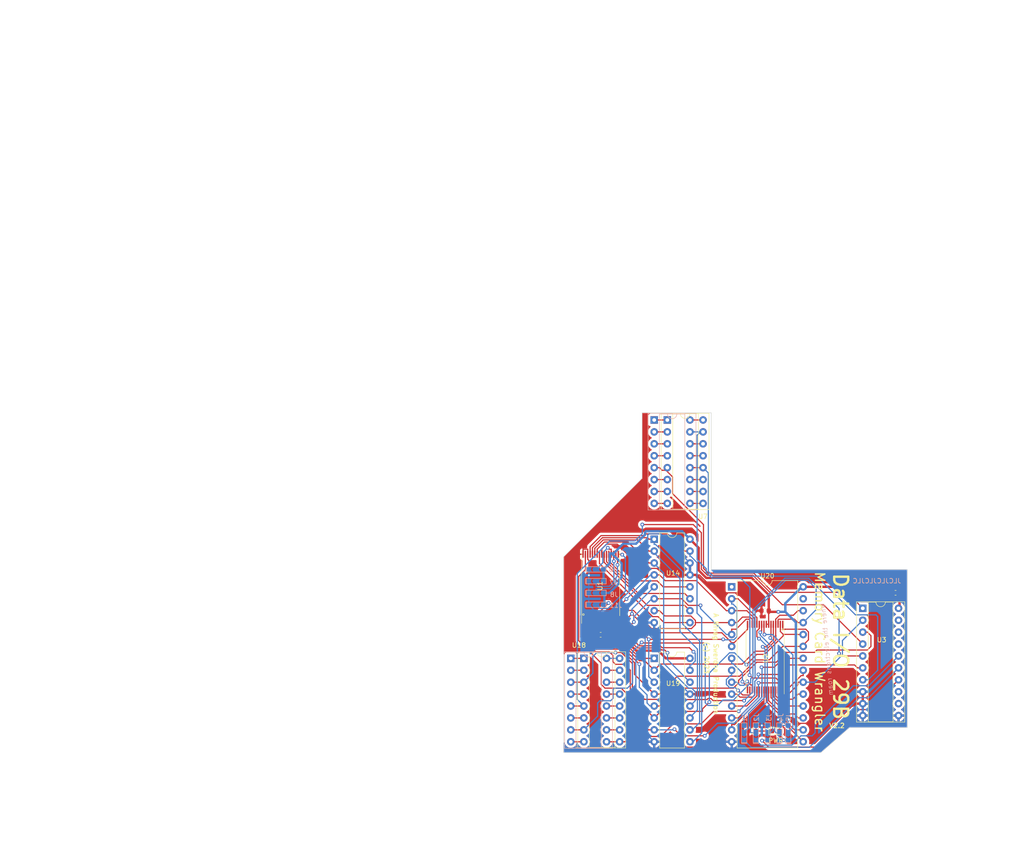
<source format=kicad_pcb>
(kicad_pcb (version 20221018) (generator pcbnew)
  (layers (0 "F.Cu" signal) (31 "B.Cu" signal) (34 "B.Paste" user) (35 "F.Paste" user) (36 "B.SilkS" user "B.Silkscreen") (37 "F.SilkS" user "F.Silkscreen") (38 "B.Mask" user) (39 "F.Mask" user) (44 "Edge.Cuts" user))
  (net 0 "")
  (net 1 "VCC")
  (net 2 "GND")
  (net 3 "Net-(D1-K)")
  (net 4 "BANK0")
  (net 5 "BANK1")
  (net 6 "BANK2")
  (net 7 "U19_O3")
  (net 8 "U19_O2")
  (net 9 "U19_O1")
  (net 10 "A7")
  (net 11 "A4")
  (net 12 "A5")
  (net 13 "A6")
  (net 14 "U14_O4")
  (net 15 "U14_O3")
  (net 16 "U14_O2")
  (net 17 "U14_O1")
  (net 18 "U19_O4")
  (net 19 "A14")
  (net 20 "A13")
  (net 21 "A12")
  (net 22 "A11")
  (net 23 "A8")
  (net 24 "A9")
  (net 25 "A10")
  (net 26 "RnW")
  (net 27 "A15")
  (net 28 "BANK3")
  (net 29 "U20_nOE")
  (net 30 "PA14")
  (net 31 "PA15")
  (net 32 "A16")
  (net 33 "PA16")
  (net 34 "A17")
  (net 35 "A18")
  (net 36 "A3")
  (net 37 "A2")
  (net 38 "A1")
  (net 39 "A0")
  (net 40 "Q0")
  (net 41 "Q1")
  (net 42 "Q2")
  (net 43 "Q3")
  (net 44 "Q4")
  (net 45 "Q5")
  (net 46 "Q6")
  (net 47 "Q7")
  (net 48 "nROM_ACTIVE")
  (net 49 "D0")
  (net 50 "D1")
  (net 51 "D2")
  (net 52 "D3")
  (net 53 "nV02")
  (net 54 "nPAGE_REGISTER_WRITE")
  (net 55 "nROM_OE")
  (net 61 "U7_p1")
  (net 62 "U7_p2")
  (net 63 "U7_p3")
  (net 64 "U7_p4")
  (net 65 "U7_p6")
  (net 66 "U7_p7")
  (net 67 "U7_p8")
  (net 68 "U7_p9")
  (net 69 "U7_p10")
  (net 70 "U7_p11")
  (net 71 "U7_p13")
  (net 72 "U7_p14")
  (net 73 "U7_p16")
  (net 74 "U18_p1")
  (net 75 "U18_p2")
  (net 76 "U18_p4")
  (net 77 "U18_p6")
  (net 78 "U18_p8")
  (net 79 "U18_p10")
  (net 80 "U18_p11")
  (net 81 "U18_p12")
  (net 82 "U18_p13")
  (net 83 "U18_p14")
  (net 84 "U18_p15")
  (net 85 "U18_p16")
  (net 88 "RA14")
  (net 89 "RA15")
  (footprint "project-common:DIP-16_Frame_Bottom" (layer "F.Cu") (at 118.6558 107.188)
    (fp_text reference "U18")
    (fp_text value "Conn_02x08_Counter_Clockwise")
  )
  (footprint "project-common:DIP-16_Frame" (layer "F.Cu") (at 139.2298 56.388)
    (fp_text reference "U70" hide)
    (fp_text value "Conn_02x08_Counter_Clockwise")
  )
  (footprint "Package_DIP:DIP-16_W7.62mm" (layer "F.Cu") (at 136.4358 81.788)
    (fp_text reference "U14")
    (fp_text value "Conn_02x08_Counter_Clockwise")
  )
  (footprint "Capacitor_SMD:C_0603_1608Metric" (layer "F.Cu") (at 125.0235 102.168)
    (fp_text reference "C3" hide)
    (fp_text value "C")
  )
  (footprint "Package_DIP:DIP-16_W7.62mm" (layer "F.Cu") (at 136.4358 107.188)
    (fp_text reference "U19")
    (fp_text value "Conn_02x08_Counter_Clockwise")
  )
  (footprint "Resistor_SMD:R_0603_1608Metric" (layer "F.Cu") (at 157.2768 122.682 180)
    (fp_text reference "R1" hide)
    (fp_text value "1k")
  )
  (footprint "project-common:TSOP-I-32_14mmx8mm_P0.5mm" (layer "F.Cu") (at 125.0235 92.008 90)
    (fp_text reference "U1")
    (fp_text value "SST39SF040_TSOP")
  )
  (footprint "Package_DIP:DIP-28_W15.24mm" (layer "F.Cu") (at 152.9458 91.948)
    (fp_text reference "U20")
    (fp_text value "Conn_02x14_Counter_Clockwise")
  )
  (footprint "Package_DIP:DIP-20_W7.62mm_Socket" (layer "F.Cu") (at 180.8858 96.52)
    (fp_text reference "U3")
    (fp_text value "GAL16V8")
  )
  (footprint "Capacitor_SMD:C_0603_1608Metric" (layer "F.Cu") (at 160.0708 97.028 180)
    (fp_text reference "C2" hide)
    (fp_text value "C")
  )
  (footprint "project-common:TSOP-I-32_14mmx8mm_P0.5mm" (layer "F.Cu") (at 160.0758 106.924 -90)
    (fp_text reference "U2")
    (fp_text value "SST39SF040_TSOP")
  )
  (footprint "project-common:DIP-16_Frame" (layer "F.Cu") (at 121.4498 107.188)
    (fp_text reference "U180" hide)
    (fp_text value "Conn_02x08_Counter_Clockwise")
  )
  (footprint "Capacitor_SMD:C_0603_1608Metric" (layer "F.Cu") (at 187.8708 93.218 180)
    (fp_text reference "C1" hide)
    (fp_text value "C")
  )
  (footprint "project-common:DIP-16_Frame_Bottom" (layer "F.Cu") (at 136.4358 56.388)
    (fp_text reference "U7")
    (fp_text value "Conn_02x08_Counter_Clockwise")
  )
  (footprint "LED_SMD:LED_0603_1608Metric" (layer "F.Cu") (at 162.3568 122.682)
    (fp_text reference "D1" hide)
    (fp_text value "PWR")
  )
  (footprint "project-common:JP2_Arrow" (layer "B.Cu") (at 160.6258 122.2755 -90)
    (fp_text reference "J3")
    (fp_text value "Conn_01x03")
  )
  (footprint "project-common:JP2_Arrow" (layer "B.Cu") (at 158.1158 122.2755 -90)
    (fp_text reference "J2")
    (fp_text value "Conn_01x03")
  )
  (footprint "project-common:JP2_Arrow" (layer "B.Cu") (at 124.8533 95.758 180)
    (fp_text reference "J11")
    (fp_text value "BANK3")
  )
  (footprint "project-common:JP2_Arrow" (layer "B.Cu") (at 155.6058 122.2755 -90)
    (fp_text reference "J1")
    (fp_text value "Conn_01x03")
  )
  (footprint "project-common:JP2_Arrow" (layer "B.Cu") (at 124.8533 90.738 180)
    (fp_text reference "J7")
    (fp_text value "BANK1")
  )
  (footprint "project-common:JP2_Arrow" (layer "B.Cu") (at 124.8533 93.248 180)
    (fp_text reference "J8")
    (fp_text value "BANK2")
  )
  (footprint "project-common:JP2_Arrow" (layer "B.Cu") (at 124.8533 88.228 180)
    (fp_text reference "J6")
    (fp_text value "BANK0")
  )
  (footprint "project-common:JP2_Arrow" (layer "B.Cu") (at 164.973 122.2755 -90)
    (fp_text reference "J5")
    (fp_text value "Conn_01x03")
  )
  (footprint "project-common:JP2_Arrow" (layer "B.Cu") (at 163.1358 122.2755 -90)
    (fp_text reference "J4")
    (fp_text value "Conn_01x03")
  )
  (gr_line (start 117.131663 127.254) (end 171.955989 127.256011) (stroke (width 0.1)) (layer "Edge.Cuts"))
  (gr_line (start 148.59 54.864) (end 148.59 88.265) (stroke (width 0.1)) (layer "Edge.Cuts"))
  (gr_line (start 148.59 88.265) (end 190.373 88.265) (stroke (width 0.1)) (layer "Edge.Cuts"))
  (gr_line (start 117.131663 127.254) (end 117.131663 85.560337) (stroke (width 0.1)) (layer "Edge.Cuts"))
  (gr_line (start 133.858 54.864) (end 148.59 54.864) (stroke (width 0.1)) (layer "Edge.Cuts"))
  (gr_line (start 133.858 68.834) (end 133.858 54.864) (stroke (width 0.1)) (layer "Edge.Cuts"))
  (gr_line (start 190.373 121.92) (end 190.373 88.265) (stroke (width 0.1)) (layer "Edge.Cuts"))
  (gr_line (start 178.054 121.92) (end 190.373 121.92) (stroke (width 0.1)) (layer "Edge.Cuts"))
  (gr_line (start 171.955989 127.256011) (end 178.054 121.92) (stroke (width 0.1)) (layer "Edge.Cuts"))
  (gr_line (start 133.858 68.834) (end 117.131663 85.560337) (stroke (width 0.1)) (layer "Edge.Cuts"))
  (gr_text "JLCJLCJLCJLC" (at 183.896 90.678) (layer "B.SilkS") (effects (font (size 1 1)) (justify mirror)))
  (gr_text "Where the electrons roam" (at 173.228 105.283 -265) (layer "B.SilkS") (effects (font (size 1 1) (thickness 0.1)) (justify mirror)))
  (gr_text "Memory Card Wrangler" (at 171.704 105.791 270) (layer "F.SilkS") (effects (font (size 2 2) (thickness 0.3))))
  (gr_text "A Nivag Swerdna Production" (at 149.606 108.331 -90) (layer "F.SilkS") (effects (font (size 1 1) (thickness 0.2))))
  (gr_text "V2.2" (at 175.387 121.539) (layer "F.SilkS") (effects (font (size 1 1) (thickness 0.2))))
  (gr_text "(c) 2023" (at 147.574 107.061 -90) (layer "F.SilkS") (effects (font (size 1 1) (thickness 0.2))))
  (gr_text "Data I/O 29B" (at 176.149 104.648 270) (layer "F.SilkS") (effects (font (size 3 3) (thickness 0.5))))
  (segment (start 145.914998 83.647198) (end 145.914998 88.435156) (width 0.5) (layer "F.Cu") (net 1))
  (segment (start 157.222024 90.051002) (end 160.8458 93.674778) (width 0.5) (layer "F.Cu") (net 1))
  (segment (start 160.8258 97.5478) (end 161.0957 97.2779) (width 0.5) (layer "F.Cu") (net 1))
  (segment (start 163.1443 123.7365) (end 164.045799 124.637999) (width 0.5) (layer "F.Cu") (net 1))
  (segment (start 145.914998 88.435156) (end 147.530845 90.051002) (width 0.5) (layer "F.Cu") (net 1))
  (segment (start 188.5058 96.52) (end 188.722 96.3038) (width 0.5) (layer "F.Cu") (net 1))
  (segment (start 137.284795 105.537) (end 132.567658 105.537) (width 0.5) (layer "F.Cu") (net 1))
  (segment (start 124.7735 97.3317) (end 126.7076 95.3976) (width 0.25) (layer "F.Cu") (net 1))
  (segment (start 188.722 96.3038) (end 188.722 93.2942) (width 0.5) (layer "F.Cu") (net 1))
  (segment (start 124.7735 97.3317) (end 124.7735 99.008) (width 0.25) (layer "F.Cu") (net 1))
  (segment (start 130.175399 103.311499) (end 130.1749 103.311) (width 0.5) (layer "F.Cu") (net 1))
  (segment (start 124.2735 99.008) (end 124.2735 102.143) (width 0.25) (layer "F.Cu") (net 1))
  (segment (start 130.342156 103.311499) (end 130.175399 103.311499) (width 0.5) (layer "F.Cu") (net 1))
  (segment (start 188.6458 92.5068) (end 188.087 91.948) (width 0.5) (layer "F.Cu") (net 1))
  (segment (start 163.1443 122.682) (end 163.1443 123.7365) (width 0.5) (layer "F.Cu") (net 1))
  (segment (start 132.567658 105.537) (end 130.342156 103.311499) (width 0.5) (layer "F.Cu") (net 1))
  (segment (start 124.2735 102.143) (end 124.2485 102.168) (width 0.5) (layer "F.Cu") (net 1))
  (segment (start 188.722 93.2942) (end 188.6458 93.218) (width 0.5) (layer "F.Cu") (net 1))
  (segment (start 160.3258 99.924) (end 160.8258 99.924) (width 0.25) (layer "F.Cu") (net 1))
  (segment (start 188.087 91.948) (end 168.1858 91.948) (width 0.5) (layer "F.Cu") (net 1))
  (segment (start 144.0558 107.188) (end 138.935795 107.188) (width 0.5) (layer "F.Cu") (net 1))
  (segment (start 160.8458 93.674778) (end 160.8458 97.028) (width 0.5) (layer "F.Cu") (net 1))
  (segment (start 162.8843 97.2779) (end 161.0957 97.2779) (width 0.5) (layer "F.Cu") (net 1))
  (segment (start 147.530845 90.051002) (end 157.222024 90.051002) (width 0.5) (layer "F.Cu") (net 1))
  (segment (start 125.3915 103.311) (end 124.2485 102.168) (width 0.5) (layer "F.Cu") (net 1))
  (segment (start 161.0957 97.2779) (end 160.8458 97.028) (width 0.5) (layer "F.Cu") (net 1))
  (segment (start 144.0558 81.788) (end 145.914998 83.647198) (width 0.5) (layer "F.Cu") (net 1))
  (segment (start 160.8258 99.924) (end 160.8258 97.5478) (width 0.25) (layer "F.Cu") (net 1))
  (segment (start 130.1749 103.311) (end 125.3915 103.311) (width 0.5) (layer "F.Cu") (net 1))
  (segment (start 124.2735 99.008) (end 124.7735 99.008) (width 0.25) (layer "F.Cu") (net 1))
  (segment (start 188.6458 93.218) (end 188.6458 92.5068) (width 0.5) (layer "F.Cu") (net 1))
  (segment (start 138.935795 107.188) (end 137.284795 105.537) (width 0.5) (layer "F.Cu") (net 1))
  (via (at 162.8843 97.2779) (size 0.8) (drill 0.4) (layers "F.Cu" "B.Cu") (net 1))
  (via (at 164.045799 124.637999) (size 0.8) (drill 0.4) (layers "F.Cu" "B.Cu") (net 1))
  (via (at 126.7076 95.3976) (size 0.8) (drill 0.4) (layers "F.Cu" "B.Cu") (net 1))
  (segment (start 125.6408 88.228) (end 125.6408 90.738) (width 0.5) (layer "B.Cu") (net 1))
  (segment (start 132.571966 82.743501) (end 129.854499 82.743501) (width 0.5) (layer "B.Cu") (net 1))
  (segment (start 126.7076 95.3976) (end 126.0012 95.3976) (width 0.5) (layer "B.Cu") (net 1))
  (segment (start 164.047298 124.6365) (end 164.045799 124.637999) (width 0.5) (layer "B.Cu") (net 1))
  (segment (start 129.854499 82.743501) (end 127.762 84.836) (width 0.5) (layer "B.Cu") (net 1))
  (segment (start 129.494 89.895458) (end 129.494 86.9459) (width 0.5) (layer "B.Cu") (net 1))
  (segment (start 126.0012 95.3976) (end 125.6408 95.758) (width 0.5) (layer "B.Cu") (net 1))
  (segment (start 167.894 91.948) (end 168.1858 91.948) (width 0.5) (layer "B.Cu") (net 1))
  (segment (start 142.356299 80.088499) (end 134.718968 80.088499) (width 0.5) (layer "B.Cu") (net 1))
  (segment (start 129.494 86.9459) (end 127.3841 84.836) (width 0.5) (layer "B.Cu") (net 1))
  (segment (start 165.6458 124.638) (end 165.6458 124.6365) (width 0.5) (layer "B.Cu") (net 1))
  (segment (start 164.3828 95.4592) (end 167.894 91.948) (width 0.5) (layer "B.Cu") (net 1))
  (segment (start 128.865864 90.523594) (end 129.494 89.895458) (width 0.5) (layer "B.Cu") (net 1))
  (segment (start 164.045798 124.638) (end 164.045799 124.637999) (width 0.5) (layer "B.Cu") (net 1))
  (segment (start 165.6458 124.6365) (end 164.047298 124.6365) (width 0.5) (layer "B.Cu") (net 1))
  (segment (start 144.0558 81.788) (end 142.356299 80.088499) (width 0.5) (layer "B.Cu") (net 1))
  (segment (start 164.3828 97.2779) (end 162.8843 97.2779) (width 0.5) (layer "B.Cu") (net 1))
  (segment (start 163.1358 124.638) (end 164.045798 124.638) (width 0.5) (layer "B.Cu") (net 1))
  (segment (start 128.865864 91.276293) (end 128.865864 90.523594) (width 0.5) (layer "B.Cu") (net 1))
  (segment (start 126.992362 84.836) (end 126.992362 86.876438) (width 0.5) (layer "B.Cu") (net 1))
  (segment (start 125.8156 93.248) (end 126.894157 93.248) (width 0.5) (layer "B.Cu") (net 1))
  (segment (start 125.6408 93.248) (end 125.8156 93.248) (width 0.5) (layer "B.Cu") (net 1))
  (segment (start 134.477201 80.838267) (end 132.571966 82.743501) (width 0.5) (layer "B.Cu") (net 1))
  (segment (start 125.8156 95.212) (end 126.0012 95.3976) (width 0.5) (layer "B.Cu") (net 1))
  (segment (start 164.3828 97.2779) (end 164.3828 95.4592) (width 0.5) (layer "B.Cu") (net 1))
  (segment (start 125.8156 93.248) (end 125.8156 95.212) (width 0.5) (layer "B.Cu") (net 1))
  (segment (start 166.624 123.6583) (end 166.624 99.5191) (width 0.5) (layer "B.Cu") (net 1))
  (segment (start 166.624 99.5191) (end 164.3828 97.2779) (width 0.5) (layer "B.Cu") (net 1))
  (segment (start 127.3841 84.836) (end 126.992362 84.836) (width 0.5) (layer "B.Cu") (net 1))
  (segment (start 126.992362 86.876438) (end 125.6408 88.228) (width 0.5) (layer "B.Cu") (net 1))
  (segment (start 126.894157 93.248) (end 128.865864 91.276293) (width 0.5) (layer "B.Cu") (net 1))
  (segment (start 134.718968 80.088499) (end 134.477201 80.330266) (width 0.5) (layer "B.Cu") (net 1))
  (segment (start 165.6458 124.6365) (end 166.624 123.6583) (width 0.5) (layer "B.Cu") (net 1))
  (segment (start 127.762 84.836) (end 127.3841 84.836) (width 0.5) (layer "B.Cu") (net 1))
  (segment (start 134.477201 80.330266) (end 134.477201 80.838267) (width 0.5) (layer "B.Cu") (net 1))
  (segment (start 159.3708 121.488) (end 157.6458 121.488) (width 0.25) (layer "F.Cu") (net 2))
  (segment (start 125.2735 101.643) (end 125.7985 102.168) (width 0.25) (layer "F.Cu") (net 2))
  (segment (start 122.5232 89.483) (end 122.5232 86.333) (width 0.25) (layer "F.Cu") (net 2))
  (segment (start 181.991 114.3) (end 180.8858 114.3) (width 0.25) (layer "F.Cu") (net 2))
  (segment (start 123.7735 94.651) (end 123.7735 99.008) (width 0.25) (layer "F.Cu") (net 2))
  (segment (start 144.0558 86.868) (end 142.9305 86.868) (width 0.25) (layer "F.Cu") (net 2))
  (segment (start 136.4358 124.968) (end 137.5611 124.968) (width 0.25) (layer "F.Cu") (net 2))
  (segment (start 121.2735 83.9327) (end 122.2735 83.9327) (width 0.25) (layer "F.Cu") (net 2))
  (segment (start 188.5058 119.38) (end 180.8858 119.38) (width 0.25) (layer "F.Cu") (net 2))
  (segment (start 127.4346 95.8842) (end 127.4346 95.0348) (width 0.25) (layer "F.Cu") (net 2))
  (segment (start 165.9714 121.0317) (end 165.1375 120.1978) (width 0.25) (layer "F.Cu") (net 2))
  (segment (start 173.034 116.84) (end 168.8423 121.0317) (width 0.25) (layer "F.Cu") (net 2))
  (segment (start 187.0958 93.218) (end 185.674 94.6398) (width 0.25) (layer "F.Cu") (net 2))
  (segment (start 152.9458 124.968) (end 151.8205 124.968) (width 0.25) (layer "F.Cu") (net 2))
  (segment (start 125.2735 100.0833) (end 125.2735 101.643) (width 0.25) (layer "F.Cu") (net 2))
  (segment (start 157.6458 121.488) (end 156.4518 122.682) (width 0.25) (layer "F.Cu") (net 2))
  (segment (start 133.7313 88.0174) (end 141.7811 88.0174) (width 0.25) (layer "F.Cu") (net 2))
  (segment (start 156.3571 122.682) (end 156.4518 122.682) (width 0.25) (layer "F.Cu") (net 2))
  (segment (start 159.8258 113.924) (end 159.8258 118.4164) (width 0.25) (layer "F.Cu") (net 2))
  (segment (start 122.2735 85.008) (end 122.2735 83.9327) (width 0.25) (layer "F.Cu") (net 2))
  (segment (start 127.0508 94.651) (end 123.7735 94.651) (width 0.25) (layer "F.Cu") (net 2))
  (segment (start 122.5232 86.333) (end 122.2735 86.0833) (width 0.25) (layer "F.Cu") (net 2))
  (segment (start 161.6245 120.2151) (end 162.845001 120.2151) (width 0.25) (layer "F.Cu") (net 2))
  (segment (start 185.674 94.6398) (end 185.674 110.617) (width 0.25) (layer "F.Cu") (net 2))
  (segment (start 151.8205 124.968) (end 150.6952 126.0933) (width 0.25) (layer "F.Cu") (net 2))
  (segment (start 128.5607 82.8468) (end 133.7313 88.0174) (width 0.25) (layer "F.Cu") (net 2))
  (segment (start 122.5232 89.483) (end 123.7735 90.7333) (width 0.25) (layer "F.Cu") (net 2))
  (segment (start 125.2735 84.4703) (end 125.2735 83.9327) (width 0.25) (layer "F.Cu") (net 2))
  (segment (start 126.2823 82.8468) (end 128.5607 82.8468) (width 0.25) (layer "F.Cu") (net 2))
  (segment (start 125.2735 98.0453) (end 127.4346 95.8842) (width 0.25) (layer "F.Cu") (net 2))
  (segment (start 127.4346 95.0348) (end 127.0508 94.651) (width 0.25) (layer "F.Cu") (net 2))
  (segment (start 125.2735 83.8556) (end 126.2823 82.8468) (width 0.25) (layer "F.Cu") (net 2))
  (segment (start 149.885375 93.218) (end 157.3908 93.218) (width 0.25) (layer "F.Cu") (net 2))
  (segment (start 154.0711 124.968) (end 156.3571 122.682) (width 0.25) (layer "F.Cu") (net 2))
  (segment (start 125.2735 99.5456) (end 125.2735 100.0833) (width 0.25) (layer "F.Cu") (net 2))
  (segment (start 146.075375 89.408) (end 149.885375 93.218) (width 0.25) (layer "F.Cu") (net 2))
  (segment (start 125.2735 99.008) (end 125.2735 98.0453) (width 0.25) (layer "F.Cu") (net 2))
  (segment (start 180.8858 116.84) (end 173.034 116.84) (width 0.25) (layer "F.Cu") (net 2))
  (segment (start 157.3908 93.218) (end 159.2958 95.123) (width 0.25) (layer "F.Cu") (net 2))
  (segment (start 150.6952 126.0933) (end 138.6864 126.0933) (width 0.25) (layer "F.Cu") (net 2))
  (segment (start 125.2735 84.4703) (end 125.2735 85.008) (width 0.25) (layer "F.Cu") (net 2))
  (segment (start 121.2735 85.008) (end 121.2735 83.9327) (width 0.25) (layer "F.Cu") (net 2))
  (segment (start 153.5085 124.968) (end 152.9458 124.968) (width 0.25) (layer "F.Cu") (net 2))
  (segment (start 185.674 110.617) (end 181.991 114.3) (width 0.25) (layer "F.Cu") (net 2))
  (segment (start 122.2735 85.008) (end 122.2735 86.0833) (width 0.25) (layer "F.Cu") (net 2))
  (segment (start 180.8858 116.84) (end 180.8858 114.3) (width 0.25) (layer "F.Cu") (net 2))
  (segment (start 144.0558 89.408) (end 146.075375 89.408) (width 0.25) (layer "F.Cu") (net 2))
  (segment (start 138.6864 126.0933) (end 137.5611 124.968) (width 0.25) (layer "F.Cu") (net 2))
  (segment (start 159.2958 95.123) (end 159.2958 97.028) (width 0.25) (layer "F.Cu") (net 2))
  (segment (start 125.2735 99.5456) (end 125.2735 99.008) (width 0.25) (layer "F.Cu") (net 2))
  (segment (start 123.7735 90.7333) (end 123.7735 94.651) (width 0.25) (layer "F.Cu") (net 2))
  (segment (start 141.7811 88.0174) (end 142.9305 86.868) (width 0.25) (layer "F.Cu") (net 2))
  (segment (start 168.8423 121.0317) (end 165.9714 121.0317) (width 0.25) (layer "F.Cu") (net 2))
  (segment (start 125.2735 83.9327) (end 125.2735 83.8556) (width 0.25) (layer "F.Cu") (net 2))
  (segment (start 161.1341 119.7247) (end 159.3708 121.488) (width 0.25) (layer "F.Cu") (net 2))
  (segment (start 159.8258 118.4164) (end 161.1341 119.7247) (width 0.25) (layer "F.Cu") (net 2))
  (segment (start 161.1341 119.7247) (end 161.6245 120.2151) (width 0.25) (layer "F.Cu") (net 2))
  (segment (start 153.5085 124.968) (end 154.0711 124.968) (width 0.25) (layer "F.Cu") (net 2))
  (via (at 122.5232 89.483) (size 0.8) (drill 0.4) (layers "F.Cu" "B.Cu") (net 2))
  (via (at 165.1375 120.1978) (size 0.8) (drill 0.4) (layers "F.Cu" "B.Cu") (net 2))
  (via (at 162.845001 120.2151) (size 0.8) (drill 0.4) (layers "F.Cu" "B.Cu") (net 2))
  (via (at 159.3708 121.488) (size 0.8) (drill 0.4) (layers "F.Cu" "B.Cu") (net 2))
  (segment (start 136.4358 99.568) (end 136.4358 100.1306) (width 0.25) (layer "B.Cu") (net 2))
  (segment (start 160.6258 121.488) (end 159.3708 121.488) (width 0.25) (layer "B.Cu") (net 2))
  (segment (start 129.7652 98.1341) (end 129.7652 97.0246) (width 0.25) (layer "B.Cu") (net 2))
  (segment (start 134.5039 102.8727) (end 129.7652 98.1341) (width 0.25) (layer "B.Cu") (net 2))
  (segment (start 122.4908 95.758) (end 123.7574 97.0246) (width 0.25) (layer "B.Cu") (net 2))
  (segment (start 122.4908 89.5154) (end 122.4908 90.738) (width 0.25) (layer "B.Cu") (net 2))
  (segment (start 135.2743 102.1023) (end 137.5612 104.3892) (width 0.25) (layer "B.Cu") (net 2))
  (segment (start 122.4908 88.228) (end 122.5232 88.2604) (width 0.25) (layer "B.Cu") (net 2))
  (segment (start 134.5039 102.8727) (end 135.2743 102.1023) (width 0.25) (layer "B.Cu") (net 2))
  (segment (start 137.5612 108.3134) (end 144.0558 114.808) (width 0.25) (layer "B.Cu") (net 2))
  (segment (start 164.973 121.488) (end 164.973 120.3623) (width 0.25) (layer "B.Cu") (net 2))
  (segment (start 164.973 120.3623) (end 165.1375 120.1978) (width 0.25) (layer "B.Cu") (net 2))
  (segment (start 163.1358 120.505899) (end 162.845001 120.2151) (width 0.25) (layer "B.Cu") (net 2))
  (segment (start 129.286 94.7601) (end 135.051702 88.994398) (width 0.25) (layer "B.Cu") (net 2))
  (segment (start 129.7652 97.0246) (end 129.286 96.5454) (width 0.25) (layer "B.Cu") (net 2))
  (segment (start 136.4358 124.968) (end 132.5234 121.0556) (width 0.25) (layer "B.Cu") (net 2))
  (segment (start 134.3189 104.503396) (end 134.5039 104.318396) (width 0.25) (layer "B.Cu") (net 2))
  (segment (start 123.7574 97.0246) (end 129.7652 97.0246) (width 0.25) (layer "B.Cu") (net 2))
  (segment (start 180.8858 119.38) (end 180.8858 116.84) (width 0.25) (layer "B.Cu") (net 2))
  (segment (start 122.4908 93.248) (end 122.4908 90.738) (width 0.25) (layer "B.Cu") (net 2))
  (segment (start 134.3189 105.8833) (end 134.3189 104.503396) (width 0.25) (layer "B.Cu") (net 2))
  (segment (start 129.286 96.5454) (end 129.286 94.7601) (width 0.25) (layer "B.Cu") (net 2))
  (segment (start 132.5234 107.6788) (end 134.3189 105.8833) (width 0.25) (layer "B.Cu") (net 2))
  (segment (start 135.3108 80.663) (end 137.8508 80.663) (width 0.25) (layer "B.Cu") (net 2))
  (segment (start 163.1358 121.488) (end 163.1358 120.505899) (width 0.25) (layer "B.Cu") (net 2))
  (segment (start 134.5039 104.318396) (end 134.5039 102.8727) (width 0.25) (layer "B.Cu") (net 2))
  (segment (start 135.051702 88.994398) (end 135.051702 80.922098) (width 0.25) (layer "B.Cu") (net 2))
  (segment (start 144.0558 86.868) (end 144.0558 89.408) (width 0.25) (layer "B.Cu") (net 2))
  (segment (start 137.8508 80.663) (end 144.0558 86.868) (width 0.25) (layer "B.Cu") (net 2))
  (segment (start 136.4358 100.1306) (end 136.4358 100.9408) (width 0.25) (layer "B.Cu") (net 2))
  (segment (start 122.5232 89.483) (end 122.4908 89.5154) (width 0.25) (layer "B.Cu") (net 2))
  (segment (start 122.5232 88.2604) (end 122.5232 89.483) (width 0.25) (layer "B.Cu") (net 2))
  (segment (start 122.4908 95.758) (end 122.4908 93.248) (width 0.25) (layer "B.Cu") (net 2))
  (segment (start 135.051702 80.922098) (end 135.3108 80.663) (width 0.25) (layer "B.Cu") (net 2))
  (segment (start 159.3708 121.488) (end 158.1158 121.488) (width 0.25) (layer "B.Cu") (net 2))
  (segment (start 137.5612 104.3892) (end 137.5612 108.3134) (width 0.25) (layer "B.Cu") (net 2))
  (segment (start 136.4358 100.9408) (end 135.2743 102.1023) (width 0.25) (layer "B.Cu") (net 2))
  (segment (start 164.973 121.488) (end 163.1358 121.488) (width 0.25) (layer "B.Cu") (net 2))
  (segment (start 132.5234 121.0556) (end 132.5234 107.6788) (width 0.25) (layer "B.Cu") (net 2))
  (segment (start 161.5693 122.682) (end 158.1018 122.682) (width 0.25) (layer "F.Cu") (net 3))
  (segment (start 127.2735 83.9327) (end 126.85 83.9327) (width 0.25) (layer "F.Cu") (net 4))
  (segment (start 126.85 83.9327) (end 126.5391 83.6218) (width 0.25) (layer "F.Cu") (net 4))
  (segment (start 127.2735 85.008) (end 127.2735 83.9327) (width 0.25) (layer "F.Cu") (net 4))
  (via (at 126.5391 83.6218) (size 0.8) (drill 0.4) (layers "F.Cu" "B.Cu") (net 4))
  (segment (start 124.0658 88.228) (end 125.476 86.8178) (width 0.25) (layer "B.Cu") (net 4))
  (segment (start 125.476 84.6849) (end 126.5391 83.6218) (width 0.25) (layer "B.Cu") (net 4))
  (segment (start 125.476 86.8178) (end 125.476 84.6849) (width 0.25) (layer "B.Cu") (net 4))
  (segment (start 127.7985 86.451776) (end 127.841862 86.495138) (width 0.25) (layer "F.Cu") (net 5))
  (segment (start 127.7735 85.008) (end 127.7985 85.033) (width 0.25) (layer "F.Cu") (net 5))
  (segment (start 127.7985 85.033) (end 127.7985 86.451776) (width 0.25) (layer "F.Cu") (net 5))
  (via (at 127.841862 86.495138) (size 0.8) (drill 0.4) (layers "F.Cu" "B.Cu") (net 5))
  (segment (start 124.0658 90.738) (end 124.0658 91.821) (width 0.25) (layer "B.Cu") (net 5))
  (segment (start 124.0658 91.821) (end 126.873 91.821) (width 0.25) (layer "B.Cu") (net 5))
  (segment (start 126.873 91.821) (end 127.841862 90.852138) (width 0.25) (layer "B.Cu") (net 5))
  (segment (start 127.841862 90.852138) (end 127.841862 86.495138) (width 0.25) (layer "B.Cu") (net 5))
  (segment (start 128.2735 85.008) (end 128.2735 85.874) (width 0.25) (layer "F.Cu") (net 6))
  (segment (start 128.616612 86.217112) (end 128.616612 87.269888) (width 0.25) (layer "F.Cu") (net 6))
  (segment (start 128.2735 85.874) (end 128.616612 86.217112) (width 0.25) (layer "F.Cu") (net 6))
  (via (at 128.616612 87.269888) (size 0.8) (drill 0.4) (layers "F.Cu" "B.Cu") (net 6))
  (segment (start 128.291363 91.038327) (end 128.291363 89.959769) (width 0.25) (layer "B.Cu") (net 6))
  (segment (start 124.0874 92.329) (end 127.00069 92.329) (width 0.25) (layer "B.Cu") (net 6))
  (segment (start 124.0658 93.248) (end 124.0658 92.3506) (width 0.25) (layer "B.Cu") (net 6))
  (segment (start 128.291363 89.959769) (end 128.616612 89.63452) (width 0.25) (layer "B.Cu") (net 6))
  (segment (start 127.00069 92.329) (end 128.291363 91.038327) (width 0.25) (layer "B.Cu") (net 6))
  (segment (start 124.0658 92.3506) (end 124.0874 92.329) (width 0.25) (layer "B.Cu") (net 6))
  (segment (start 128.616612 89.63452) (end 128.616612 87.269888) (width 0.25) (layer "B.Cu") (net 6))
  (segment (start 125.3985 81.4786) (end 135.0011 81.4786) (width 0.25) (layer "F.Cu") (net 7))
  (segment (start 135.0011 81.4786) (end 135.3105 81.788) (width 0.25) (layer "F.Cu") (net 7))
  (segment (start 123.2735 85.008) (end 123.2735 83.6036) (width 0.25) (layer "F.Cu") (net 7))
  (segment (start 136.4358 81.788) (end 135.3105 81.788) (width 0.25) (layer "F.Cu") (net 7))
  (segment (start 123.2735 83.6036) (end 125.3985 81.4786) (width 0.25) (layer "F.Cu") (net 7))
  (segment (start 146.1078 103.4994) (end 146.1078 120.884) (width 0.25) (layer "B.Cu") (net 7))
  (segment (start 142.5186 99.9102) (end 146.1078 103.4994) (width 0.25) (layer "B.Cu") (net 7))
  (segment (start 136.7171 82.9133) (end 142.5186 88.7148) (width 0.25) (layer "B.Cu") (net 7))
  (segment (start 144.5638 122.428) (end 144.0558 122.428) (width 0.25) (layer "B.Cu") (net 7))
  (segment (start 142.5186 88.7148) (end 142.5186 99.9102) (width 0.25) (layer "B.Cu") (net 7))
  (segment (start 136.4358 82.9133) (end 136.7171 82.9133) (width 0.25) (layer "B.Cu") (net 7))
  (segment (start 136.4358 81.788) (end 136.4358 82.9133) (width 0.25) (layer "B.Cu") (net 7))
  (segment (start 146.1078 120.884) (end 144.5638 122.428) (width 0.25) (layer "B.Cu") (net 7))
  (segment (start 123.7735 83.7405) (end 125.568 81.946) (width 0.25) (layer "F.Cu") (net 8))
  (segment (start 125.568 81.946) (end 132.9285 81.946) (width 0.25) (layer "F.Cu") (net 8))
  (segment (start 136.4358 84.328) (end 135.3105 84.328) (width 0.25) (layer "F.Cu") (net 8))
  (segment (start 123.7735 85.008) (end 123.7735 83.7405) (width 0.25) (layer "F.Cu") (net 8))
  (segment (start 132.9285 81.946) (end 135.3105 84.328) (width 0.25) (layer "F.Cu") (net 8))
  (segment (start 145.642 105.1979) (end 145.642 118.1748) (width 0.25) (layer "B.Cu") (net 8))
  (segment (start 145.642 118.1748) (end 144.0558 119.761) (width 0.25) (layer "B.Cu") (net 8))
  (segment (start 141.9204 90.1936) (end 141.9204 101.4763) (width 0.25) (layer "B.Cu") (net 8))
  (segment (start 136.4358 84.709) (end 141.9204 90.1936) (width 0.25) (layer "B.Cu") (net 8))
  (segment (start 136.4358 84.328) (end 136.4358 84.709) (width 0.25) (layer "B.Cu") (net 8))
  (segment (start 141.9204 101.4763) (end 145.642 105.1979) (width 0.25) (layer "B.Cu") (net 8))
  (segment (start 144.0558 119.761) (end 144.0558 119.888) (width 0.25) (layer "B.Cu") (net 8))
  (segment (start 125.8098 82.3964) (end 130.8389 82.3964) (width 0.25) (layer "F.Cu") (net 9))
  (segment (start 136.4358 86.868) (end 135.3105 86.868) (width 0.25) (layer "F.Cu") (net 9))
  (segment (start 124.2735 85.008) (end 124.2735 83.9327) (width 0.25) (layer "F.Cu") (net 9))
  (segment (start 124.2735 83.9327) (end 125.8098 82.3964) (width 0.25) (layer "F.Cu") (net 9))
  (segment (start 130.8389 82.3964) (end 135.3105 86.868) (width 0.25) (layer "F.Cu") (net 9))
  (segment (start 145.1811 116.2227) (end 145.1811 114.3093) (width 0.25) (layer "B.Cu") (net 9))
  (segment (start 144.4098 113.538) (end 143.7342 113.538) (width 0.25) (layer "B.Cu") (net 9))
  (segment (start 138.4515 89.0107) (end 136.4358 86.995) (width 0.25) (layer "B.Cu") (net 9))
  (segment (start 144.0558 117.348) (end 145.1811 116.2227) (width 0.25) (layer "B.Cu") (net 9))
  (segment (start 138.4515 108.2553) (end 138.4515 89.0107) (width 0.25) (layer "B.Cu") (net 9))
  (segment (start 136.4358 86.995) (end 136.4358 86.868) (width 0.25) (layer "B.Cu") (net 9))
  (segment (start 145.1811 114.3093) (end 144.4098 113.538) (width 0.25) (layer "B.Cu") (net 9))
  (segment (start 143.7342 113.538) (end 138.4515 108.2553) (width 0.25) (layer "B.Cu") (net 9))
  (segment (start 138.7793 90.6262) (end 145.4187 90.6262) (width 0.25) (layer "F.Cu") (net 10))
  (segment (start 157.8258 99.924) (end 157.8258 98.6841) (width 0.25) (layer "F.Cu") (net 10))
  (segment (start 145.4187 90.6262) (end 151.8205 97.028) (width 0.25) (layer "F.Cu") (net 10))
  (segment (start 156.1697 97.028) (end 152.9458 97.028) (width 0.25) (layer "F.Cu") (net 10))
  (segment (start 137.5611 89.408) (end 138.7793 90.6262) (width 0.25) (layer "F.Cu") (net 10))
  (segment (start 127.2735 97.7983) (end 127.2735 99.008) (width 0.25) (layer "F.Cu") (net 10))
  (segment (start 130.518 94.5538) (end 127.2735 97.7983) (width 0.25) (layer "F.Cu") (net 10))
  (segment (start 152.9458 97.028) (end 151.8205 97.028) (width 0.25) (layer "F.Cu") (net 10))
  (segment (start 157.8258 98.6841) (end 156.1697 97.028) (width 0.25) (layer "F.Cu") (net 10))
  (segment (start 136.4358 89.408) (end 137.5611 89.408) (width 0.25) (layer "F.Cu") (net 10))
  (via (at 130.518 94.5538) (size 0.8) (drill 0.4) (layers "F.Cu" "B.Cu") (net 10))
  (segment (start 136.4358 89.408) (end 135.6638 89.408) (width 0.25) (layer "B.Cu") (net 10))
  (segment (start 135.6638 89.408) (end 130.518 94.5538) (width 0.25) (layer "B.Cu") (net 10))
  (segment (start 135.7334 101.7333) (end 131.695651 97.695551) (width 0.25) (layer "F.Cu") (net 11))
  (segment (start 130.383202 99.008) (end 131.695651 97.695551) (width 0.25) (layer "F.Cu") (net 11))
  (segment (start 156.3258 99.924) (end 156.3258 100.9993) (width 0.25) (layer "F.Cu") (net 11))
  (segment (start 152.9458 104.648) (end 152.9458 103.8398) (width 0.25) (layer "F.Cu") (net 11))
  (segment (start 128.7735 99.008) (end 130.383202 99.008) (width 0.25) (layer "F.Cu") (net 11))
  (segment (start 150.8407 101.7333) (end 135.7334 101.7333) (width 0.25) (layer "F.Cu") (net 11))
  (segment (start 152.9458 103.8384) (end 150.8407 101.7333) (width 0.25) (layer "F.Cu") (net 11))
  (segment (start 153.4867 103.8384) (end 152.9458 103.8384) (width 0.25) (layer "F.Cu") (net 11))
  (segment (start 156.3258 100.9993) (end 153.4867 103.8384) (width 0.25) (layer "F.Cu") (net 11))
  (segment (start 152.9458 103.8398) (end 152.9458 103.8384) (width 0.25) (layer "F.Cu") (net 11))
  (via (at 131.695651 97.695551) (size 0.8) (drill 0.4) (layers "F.Cu" "B.Cu") (net 11))
  (segment (start 131.695651 96.688149) (end 131.695651 97.695551) (width 0.25) (layer "B.Cu") (net 11))
  (segment (start 136.4358 91.948) (end 131.695651 96.688149) (width 0.25) (layer "B.Cu") (net 11))
  (segment (start 156.619 98.8486) (end 156.8258 99.0554) (width 0.25) (layer "F.Cu") (net 12))
  (segment (start 152.9458 102.108) (end 152.9458 100.9827) (width 0.25) (layer "F.Cu") (net 12))
  (segment (start 142.2936 94.488) (end 143.7082 95.9026) (width 0.25) (layer "F.Cu") (net 12))
  (segment (start 152.9458 100.9827) (end 153.8896 100.9827) (width 0.25) (layer "F.Cu") (net 12))
  (segment (start 156.0237 98.8486) (end 156.619 98.8486) (width 0.25) (layer "F.Cu") (net 12))
  (segment (start 156.8258 99.0554) (end 156.8258 99.924) (width 0.25) (layer "F.Cu") (net 12))
  (segment (start 136.4358 94.488) (end 142.2936 94.488) (width 0.25) (layer "F.Cu") (net 12))
  (segment (start 128.2735 99.008) (end 128.2735 100.0833) (width 0.25) (layer "F.Cu") (net 12))
  (segment (start 153.8896 100.9827) (end 156.0237 98.8486) (width 0.25) (layer "F.Cu") (net 12))
  (segment (start 128.2735 100.0833) (end 131.4306 100.0833) (width 0.25) (layer "F.Cu") (net 12))
  (segment (start 143.7082 95.9026) (end 146.301 95.9026) (width 0.25) (layer "F.Cu") (net 12))
  (segment (start 131.4306 100.0833) (end 132.0898 99.4241) (width 0.25) (layer "F.Cu") (net 12))
  (via (at 146.301 95.9026) (size 0.8) (drill 0.4) (layers "F.Cu" "B.Cu") (net 12))
  (via (at 132.0898 99.4241) (size 0.8) (drill 0.4) (layers "F.Cu" "B.Cu") (net 12))
  (segment (start 151.8205 102.108) (end 146.301 96.5885) (width 0.25) (layer "B.Cu") (net 12))
  (segment (start 132.0898 98.326) (end 132.0898 99.4241) (width 0.25) (layer "B.Cu") (net 12))
  (segment (start 146.301 96.5885) (end 146.301 95.9026) (width 0.25) (layer "B.Cu") (net 12))
  (segment (start 135.9278 94.488) (end 132.0898 98.326) (width 0.25) (layer "B.Cu") (net 12))
  (segment (start 152.9458 102.108) (end 151.8205 102.108) (width 0.25) (layer "B.Cu") (net 12))
  (segment (start 136.4358 94.488) (end 135.9278 94.488) (width 0.25) (layer "B.Cu") (net 12))
  (segment (start 157.3258 99.924) (end 157.3258 98.8487) (width 0.25) (layer "F.Cu") (net 13))
  (segment (start 135.862698 100.838) (end 131.995749 96.971051) (width 0.25) (layer "F.Cu") (net 13))
  (segment (start 128.810449 96.971051) (end 127.7735 98.008) (width 0.25) (layer "F.Cu") (net 13))
  (segment (start 154.0711 99.568) (end 155.2435 98.3956) (width 0.25) (layer "F.Cu") (net 13))
  (segment (start 144.3777 100.838) (end 135.862698 100.838) (width 0.25) (layer "F.Cu") (net 13))
  (segment (start 136.4358 97.028) (end 137.5611 97.028) (width 0.25) (layer "F.Cu") (net 13))
  (segment (start 127.7735 98.008) (end 127.7735 99.008) (width 0.25) (layer "F.Cu") (net 13))
  (segment (start 153.494 99.568) (end 152.9458 99.568) (width 0.25) (layer "F.Cu") (net 13))
  (segment (start 152.9458 99.568) (end 151.8205 99.568) (width 0.25) (layer "F.Cu") (net 13))
  (segment (start 145.2218 99.1258) (end 145.2218 99.568) (width 0.25) (layer "F.Cu") (net 13))
  (segment (start 151.8205 99.568) (end 145.2218 99.568) (width 0.25) (layer "F.Cu") (net 13))
  (segment (start 131.995749 96.971051) (end 128.810449 96.971051) (width 0.25) (layer "F.Cu") (net 13))
  (segment (start 153.494 99.568) (end 154.0711 99.568) (width 0.25) (layer "F.Cu") (net 13))
  (segment (start 138.6864 98.1533) (end 144.2493 98.1533) (width 0.25) (layer "F.Cu") (net 13))
  (segment (start 156.8727 98.3956) (end 157.3258 98.8487) (width 0.25) (layer "F.Cu") (net 13))
  (segment (start 137.5611 97.028) (end 138.6864 98.1533) (width 0.25) (layer "F.Cu") (net 13))
  (segment (start 145.2218 99.9939) (end 144.3777 100.838) (width 0.25) (layer "F.Cu") (net 13))
  (segment (start 144.2493 98.1533) (end 145.2218 99.1258) (width 0.25) (layer "F.Cu") (net 13))
  (segment (start 145.2218 99.568) (end 145.2218 99.9939) (width 0.25) (layer "F.Cu") (net 13))
  (segment (start 155.2435 98.3956) (end 156.8727 98.3956) (width 0.25) (layer "F.Cu") (net 13))
  (segment (start 136.1106 98.298) (end 137.2555 98.298) (width 0.25) (layer "F.Cu") (net 14))
  (segment (start 137.2555 98.298) (end 138.5255 99.568) (width 0.25) (layer "F.Cu") (net 14))
  (segment (start 124.7735 86.9609) (end 136.1106 98.298) (width 0.25) (layer "F.Cu") (net 14))
  (segment (start 124.7735 85.008) (end 124.7735 86.9609) (width 0.25) (layer "F.Cu") (net 14))
  (segment (start 138.5255 99.568) (end 144.0558 99.568) (width 0.25) (layer "F.Cu") (net 14))
  (segment (start 134.953446 95.9027) (end 142.9305 95.9027) (width 0.25) (layer "F.Cu") (net 15))
  (segment (start 142.9305 95.9027) (end 144.0558 97.028) (width 0.25) (layer "F.Cu") (net 15))
  (segment (start 125.7735 86.722754) (end 134.953446 95.9027) (width 0.25) (layer "F.Cu") (net 15))
  (segment (start 125.7735 85.008) (end 125.7735 86.722754) (width 0.25) (layer "F.Cu") (net 15))
  (segment (start 126.2735 86.587064) (end 133.049136 93.3627) (width 0.25) (layer "F.Cu") (net 16))
  (segment (start 142.9305 93.3627) (end 144.0558 94.488) (width 0.25) (layer "F.Cu") (net 16))
  (segment (start 133.049136 93.3627) (end 142.9305 93.3627) (width 0.25) (layer "F.Cu") (net 16))
  (segment (start 126.2735 85.008) (end 126.2735 86.587064) (width 0.25) (layer "F.Cu") (net 16))
  (segment (start 126.7735 86.451374) (end 131.000126 90.678) (width 0.25) (layer "F.Cu") (net 17))
  (segment (start 138.3425 91.948) (end 144.0558 91.948) (width 0.25) (layer "F.Cu") (net 17))
  (segment (start 137.0725 90.678) (end 138.3425 91.948) (width 0.25) (layer "F.Cu") (net 17))
  (segment (start 126.7735 85.008) (end 126.7735 86.451374) (width 0.25) (layer "F.Cu") (net 17))
  (segment (start 131.000126 90.678) (end 137.0725 90.678) (width 0.25) (layer "F.Cu") (net 17))
  (segment (start 125.1206 81.026) (end 134.281 81.026) (width 0.25) (layer "F.Cu") (net 18))
  (segment (start 122.7735 85.008) (end 122.7735 83.3731) (width 0.25) (layer "F.Cu") (net 18))
  (segment (start 142.9305 84.328) (end 144.0558 84.328) (width 0.25) (layer "F.Cu") (net 18))
  (segment (start 134.281 81.026) (end 134.6444 80.6626) (width 0.25) (layer "F.Cu") (net 18))
  (segment (start 122.7735 83.3731) (end 125.1206 81.026) (width 0.25) (layer "F.Cu") (net 18))
  (segment (start 134.6444 80.6626) (end 139.2651 80.6626) (width 0.25) (layer "F.Cu") (net 18))
  (segment (start 139.2651 80.6626) (end 142.9305 84.328) (width 0.25) (layer "F.Cu") (net 18))
  (segment (start 145.5593 86.7704) (end 145.5593 97.5683) (width 0.25) (layer "B.Cu") (net 18))
  (segment (start 144.0558 85.4533) (end 144.2422 85.4533) (width 0.25) (layer "B.Cu") (net 18))
  (segment (start 146.5582 98.5672) (end 146.5582 123.1006) (width 0.25) (layer "B.Cu") (net 18))
  (segment (start 145.5593 97.5683) (end 146.5582 98.5672) (width 0.25) (layer "B.Cu") (net 18))
  (segment (start 144.2422 85.4533) (end 145.5593 86.7704) (width 0.25) (layer "B.Cu") (net 18))
  (segment (start 144.0558 84.328) (end 144.0558 85.4533) (width 0.25) (layer "B.Cu") (net 18))
  (segment (start 146.5582 123.1006) (end 144.6908 124.968) (width 0.25) (layer "B.Cu") (net 18))
  (segment (start 144.6908 124.968) (end 144.0558 124.968) (width 0.25) (layer "B.Cu") (net 18))
  (segment (start 136.4358 107.188) (end 133.40619 107.188) (width 0.25) (layer "F.Cu") (net 19))
  (segment (start 123.2735 102.5075) (end 123.2735 99.008) (width 0.25) (layer "F.Cu") (net 19))
  (segment (start 124.652 103.886) (end 123.2735 102.5075) (width 0.25) (layer "F.Cu") (net 19))
  (segment (start 130.10419 103.886) (end 124.652 103.886) (width 0.25) (layer "F.Cu") (net 19))
  (segment (start 133.40619 107.188) (end 130.10419 103.886) (width 0.25) (layer "F.Cu") (net 19))
  (segment (start 136.4358 107.188) (end 136.5628 107.315) (width 0.25) (layer "B.Cu") (net 19))
  (segment (start 124.465811 104.335501) (end 122.7735 102.64319) (width 0.25) (layer "F.Cu") (net 20))
  (segment (start 134.3932 107.6854) (end 133.2679 107.6854) (width 0.25) (layer "F.Cu") (net 20))
  (segment (start 137.7588 108.405) (end 136.4358 109.728) (width 0.25) (layer "F.Cu") (net 20))
  (segment (start 160.010522 105.6665) (end 157.9374 105.6665) (width 0.25) (layer "F.Cu") (net 20))
  (segment (start 136.4358 109.728) (end 134.3932 107.6854) (width 0.25) (layer "F.Cu") (net 20))
  (segment (start 162.3258 99.3863) (end 162.3258 98.8487) (width 0.25) (layer "F.Cu") (net 20))
  (segment (start 162.358235 102.346213) (end 162.358235 103.318787) (width 0.25) (layer "F.Cu") (net 20))
  (segment (start 122.7735 102.64319) (end 122.7735 99.008) (width 0.25) (layer "F.Cu") (net 20))
  (segment (start 162.3258 98.8487) (end 163.1713 98.0032) (width 0.25) (layer "F.Cu") (net 20))
  (segment (start 162.3258 102.313778) (end 162.358235 102.346213) (width 0.25) (layer "F.Cu") (net 20))
  (segment (start 162.3258 99.924) (end 162.3258 102.313778) (width 0.25) (layer "F.Cu") (net 20))
  (segment (start 166.0853 98.0032) (end 167.0605 97.028) (width 0.25) (layer "F.Cu") (net 20))
  (segment (start 155.1989 108.405) (end 137.7588 108.405) (width 0.25) (layer "F.Cu") (net 20))
  (segment (start 162.358235 103.318787) (end 160.010522 105.6665) (width 0.25) (layer "F.Cu") (net 20))
  (segment (start 129.918001 104.335501) (end 124.465811 104.335501) (width 0.25) (layer "F.Cu") (net 20))
  (segment (start 133.2679 107.6854) (end 129.918001 104.335501) (width 0.25) (layer "F.Cu") (net 20))
  (segment (start 163.1713 98.0032) (end 166.0853 98.0032) (width 0.25) (layer "F.Cu") (net 20))
  (segment (start 168.1858 97.028) (end 167.0605 97.028) (width 0.25) (layer "F.Cu") (net 20))
  (segment (start 162.3258 99.3863) (end 162.3258 99.924) (width 0.25) (layer "F.Cu") (net 20))
  (segment (start 157.9374 105.6665) (end 155.1989 108.405) (width 0.25) (layer "F.Cu") (net 20))
  (segment (start 151.1359 103.1387) (end 135.2724 103.1387) (width 0.25) (layer "F.Cu") (net 21))
  (segment (start 158.3258 98.5099) (end 158.3258 99.924) (width 0.25) (layer "F.Cu") (net 21))
  (segment (start 126.7735 99.008) (end 126.7735 100.0833) (width 0.25) (layer "F.Cu") (net 21))
  (segment (start 127.8836 101.1934) (end 126.7735 100.0833) (width 0.25) (layer "F.Cu") (net 21))
  (segment (start 154.3039 94.488) (end 158.3258 98.5099) (width 0.25) (layer "F.Cu") (net 21))
  (segment (start 135.2724 103.1387) (end 133.3271 101.1934) (width 0.25) (layer "F.Cu") (net 21))
  (segment (start 152.9458 94.488) (end 154.3039 94.488) (width 0.25) (layer "F.Cu") (net 21))
  (segment (start 133.3271 101.1934) (end 127.8836 101.1934) (width 0.25) (layer "F.Cu") (net 21))
  (via (at 151.1359 103.1387) (size 0.8) (drill 0.4) (layers "F.Cu" "B.Cu") (net 21))
  (via (at 135.2724 103.1387) (size 0.8) (drill 0.4) (layers "F.Cu" "B.Cu") (net 21))
  (segment (start 152.9458 94.488) (end 152.9458 95.6133) (width 0.25) (layer "B.Cu") (net 21))
  (segment (start 136.4358 112.268) (end 135.2724 111.1046) (width 0.25) (layer "B.Cu") (net 21))
  (segment (start 152.9458 95.6133) (end 153.2271 95.6133) (width 0.25) (layer "B.Cu") (net 21))
  (segment (start 153.4144 103.2334) (end 151.2306 103.2334) (width 0.25) (layer "B.Cu") (net 21))
  (segment (start 153.2271 95.6133) (end 154.0712 96.4574) (width 0.25) (layer "B.Cu") (net 21))
  (segment (start 154.0712 102.5766) (end 153.4144 103.2334) (width 0.25) (layer "B.Cu") (net 21))
  (segment (start 135.2724 111.1046) (end 135.2724 103.1387) (width 0.25) (layer "B.Cu") (net 21))
  (segment (start 154.0712 96.4574) (end 154.0712 102.5766) (width 0.25) (layer "B.Cu") (net 21))
  (segment (start 151.2306 103.2334) (end 151.1359 103.1387) (width 0.25) (layer "B.Cu") (net 21))
  (segment (start 132.2398 108.1042) (end 132.2398 110.612) (width 0.25) (layer "F.Cu") (net 22))
  (segment (start 169.3111 101.5663) (end 168.7274 100.9826) (width 0.25) (layer "F.Cu") (net 22))
  (segment (start 136.4358 114.808) (end 137.5611 114.808) (width 0.25) (layer "F.Cu") (net 22))
  (segment (start 137.5611 114.808) (end 141.3711 110.998) (width 0.25) (layer "F.Cu") (net 22))
  (segment (start 160.9471 107.5308) (end 163.8299 104.648) (width 0.25) (layer "F.Cu") (net 22))
  (segment (start 141.3711 110.998) (end 154.6573 110.998) (width 0.25) (layer "F.Cu") (net 22))
  (segment (start 132.2398 110.612) (end 136.4358 114.808) (width 0.25) (layer "F.Cu") (net 22))
  (segment (start 129.370103 105.234503) (end 132.2398 108.1042) (width 0.25) (layer "F.Cu") (net 22))
  (segment (start 156.8155 108.7272) (end 158.0119 107.5308) (width 0.25) (layer "F.Cu") (net 22))
  (segment (start 163.8299 104.648) (end 167.0605 104.648) (width 0.25) (layer "F.Cu") (net 22))
  (segment (start 169.3111 103.2475) (end 169.3111 101.5663) (width 0.25) (layer "F.Cu") (net 22))
  (segment (start 124.093433 105.234503) (end 129.370103 105.234503) (width 0.25) (layer "F.Cu") (net 22))
  (segment (start 154.6573 110.998) (end 156.8155 108.8398) (width 0.25) (layer "F.Cu") (net 22))
  (segment (start 167.9106 104.648) (end 167.0605 104.648) (width 0.25) (layer "F.Cu") (net 22))
  (segment (start 167.9106 104.648) (end 169.3111 103.2475) (width 0.25) (layer "F.Cu") (net 22))
  (segment (start 164.2844 100.9993) (end 163.8258 100.9993) (width 0.25) (layer "F.Cu") (net 22))
  (segment (start 121.2735 102.41457) (end 124.093433 105.234503) (width 0.25) (layer "F.Cu") (net 22))
  (segment (start 163.8258 99.924) (end 163.8258 100.9993) (width 0.25) (layer "F.Cu") (net 22))
  (segment (start 158.0119 107.5308) (end 160.9471 107.5308) (width 0.25) (layer "F.Cu") (net 22))
  (segment (start 121.2735 99.008) (end 121.2735 102.41457) (width 0.25) (layer "F.Cu") (net 22))
  (segment (start 156.8155 108.8398) (end 156.8155 108.7272) (width 0.25) (layer "F.Cu") (net 22))
  (segment (start 168.7274 100.9826) (end 164.3011 100.9826) (width 0.25) (layer "F.Cu") (net 22))
  (segment (start 164.3011 100.9826) (end 164.2844 100.9993) (width 0.25) (layer "F.Cu") (net 22))
  (segment (start 168.1858 104.648) (end 167.9106 104.648) (width 0.25) (layer "F.Cu") (net 22))
  (segment (start 136.4358 117.348) (end 137.5611 117.348) (width 0.25) (layer "F.Cu") (net 23))
  (segment (start 133.2691 108.4228) (end 129.631302 104.785002) (width 0.25) (layer "F.Cu") (net 23))
  (segment (start 147.9152 115.7539) (end 147.7007 115.9684) (width 0.25) (layer "F.Cu") (net 23))
  (segment (start 124.279622 104.785002) (end 122.2735 102.77888) (width 0.25) (layer "F.Cu") (net 23))
  (segment (start 167.0605 99.568) (end 166.3411 98.8486) (width 0.25) (layer "F.Cu") (net 23))
  (segment (start 162.8258 98.9856) (end 162.8258 99.924) (width 0.25) (layer "F.Cu") (net 23))
  (segment (start 148.974 116.1909) (end 148.537 115.7539) (width 0.25) (layer "F.Cu") (net 23))
  (segment (start 162.9628 98.8486) (end 162.8258 98.9856) (width 0.25) (layer "F.Cu") (net 23))
  (segment (start 148.537 115.7539) (end 147.9152 115.7539) (width 0.25) (layer "F.Cu") (net 23))
  (segment (start 168.1858 99.568) (end 167.0605 99.568) (width 0.25) (layer "F.Cu") (net 23))
  (segment (start 166.3411 98.8486) (end 162.9628 98.8486) (width 0.25) (layer "F.Cu") (net 23))
  (segment (start 129.631302 104.785002) (end 124.279622 104.785002) (width 0.25) (layer "F.Cu") (net 23))
  (segment (start 122.2735 102.77888) (end 122.2735 99.008) (width 0.25) (layer "F.Cu") (net 23))
  (segment (start 155.5933 116.1909) (end 148.974 116.1909) (width 0.25) (layer "F.Cu") (net 23))
  (segment (start 147.7007 115.9684) (end 138.9407 115.9684) (width 0.25) (layer "F.Cu") (net 23))
  (segment (start 138.9407 115.9684) (end 137.5611 117.348) (width 0.25) (layer "F.Cu") (net 23))
  (via (at 133.2691 108.4228) (size 0.8) (drill 0.4) (layers "F.Cu" "B.Cu") (net 23))
  (via (at 155.5933 116.1909) (size 0.8) (drill 0.4) (layers "F.Cu" "B.Cu") (net 23))
  (segment (start 136.4358 117.348) (end 135.5468 117.348) (width 0.25) (layer "B.Cu") (net 23))
  (segment (start 157.9267 111.2406) (end 157.9267 97.0893) (width 0.25) (layer "B.Cu") (net 23))
  (segment (start 133.2691 113.3373) (end 133.2691 108.4228) (width 0.25) (layer "B.Cu") (net 23))
  (segment (start 164.454998 90.561002) (end 169.174002 90.561002) (width 0.25) (layer "B.Cu") (net 23))
  (segment (start 155.5933 116.1909) (end 157.4377 114.3465) (width 0.25) (layer "B.Cu") (net 23))
  (segment (start 157.4377 114.3465) (end 157.4377 111.7296) (width 0.25) (layer "B.Cu") (net 23))
  (segment (start 170.942 92.329) (end 170.942 96.8118) (width 0.25) (layer "B.Cu") (net 23))
  (segment (start 170.942 96.8118) (end 168.1858 99.568) (width 0.25) (layer "B.Cu") (net 23))
  (segment (start 157.4377 111.7296) (end 157.9267 111.2406) (width 0.25) (layer "B.Cu") (net 23))
  (segment (start 135.5468 117.348) (end 134.9118 116.713) (width 0.25) (layer "B.Cu") (net 23))
  (segment (start 157.9267 97.0893) (end 164.454998 90.561002) (width 0.25) (layer "B.Cu") (net 23))
  (segment (start 134.9118 116.713) (end 134.9118 114.98) (width 0.25) (layer "B.Cu") (net 23))
  (segment (start 169.174002 90.561002) (end 170.942 92.329) (width 0.25) (layer "B.Cu") (net 23))
  (segment (start 134.9118 114.98) (end 133.2691 113.3373) (width 0.25) (layer "B.Cu") (net 23))
  (segment (start 127.635 106.553) (end 127.635 107.9122) (width 0.25) (layer "F.Cu") (net 24))
  (segment (start 120.7982 98.1232) (end 120.7982 102.6385) (width 0.25) (layer "F.Cu") (net 24))
  (segment (start 128.1808 108.458) (end 130.0858 108.458) (width 0.25) (layer "F.Cu") (net 24))
  (segment (start 123.9306 105.7709) (end 126.8529 105.7709) (width 0.25) (layer "F.Cu") (net 24))
  (segment (start 163.9347 102.0792) (end 163.3258 101.4703) (width 0.25) (layer "F.Cu") (net 24))
  (segment (start 158.2876 106.3419) (end 159.970812 106.3419) (width 0.25) (layer "F.Cu") (net 24))
  (segment (start 127.635 107.9122) (end 128.1808 108.458) (width 0.25) (layer "F.Cu") (net 24))
  (segment (start 146.7228 117.972) (end 146.7228 118.491) (width 0.25) (layer "F.Cu") (net 24))
  (segment (start 168.1858 102.108) (end 167.0605 102.108) (width 0.25) (layer "F.Cu") (net 24))
  (segment (start 126.8529 105.7709) (end 127.635 106.553) (width 0.25) (layer "F.Cu") (net 24))
  (segment (start 148.1911 116.5037) (end 146.7228 117.972) (width 0.25) (layer "F.Cu") (net 24))
  (segment (start 120.9887 97.9327) (end 120.7982 98.1232) (width 0.25) (layer "F.Cu") (net 24))
  (segment (start 163.3258 99.924) (end 163.3258 100.9993) (width 0.25) (layer "F.Cu") (net 24))
  (segment (start 137.8328 118.491) (end 136.4358 119.888) (width 0.25) (layer "F.Cu") (net 24))
  (segment (start 163.9347 102.0792) (end 167.0317 102.0792) (width 0.25) (layer "F.Cu") (net 24))
  (segment (start 131.340798 109.712998) (end 131.340798 114.792998) (width 0.25) (layer "F.Cu") (net 24))
  (segment (start 163.3258 101.4703) (end 163.3258 100.9993) (width 0.25) (layer "F.Cu") (net 24))
  (segment (start 131.340798 114.792998) (end 136.4358 119.888) (width 0.25) (layer "F.Cu") (net 24))
  (segment (start 146.7228 118.491) (end 137.8328 118.491) (width 0.25) (layer "F.Cu") (net 24))
  (segment (start 121.6982 97.9327) (end 120.9887 97.9327) (width 0.25) (layer "F.Cu") (net 24))
  (segment (start 163.9347 102.378012) (end 163.9347 102.0792) (width 0.25) (layer "F.Cu") (net 24))
  (segment (start 159.970812 106.3419) (end 163.9347 102.378012) (width 0.25) (layer "F.Cu") (net 24))
  (segment (start 156.0902 108.5393) (end 158.2876 106.3419) (width 0.25) (layer "F.Cu") (net 24))
  (segment (start 120.7982 102.6385) (end 123.9306 105.7709) (width 0.25) (layer "F.Cu") (net 24))
  (segment (start 130.0858 108.458) (end 131.340798 109.712998) (width 0.25) (layer "F.Cu") (net 24))
  (segment (start 121.7735 98.008) (end 121.6982 97.9327) (width 0.25) (layer "F.Cu") (net 24))
  (segment (start 121.7735 99.008) (end 121.7735 98.008) (width 0.25) (layer "F.Cu") (net 24))
  (segment (start 167.0317 102.0792) (end 167.0605 102.108) (width 0.25) (layer "F.Cu") (net 24))
  (via (at 148.1911 116.5037) (size 0.8) (drill 0.4) (layers "F.Cu" "B.Cu") (net 24))
  (via (at 156.0902 108.5393) (size 0.8) (drill 0.4) (layers "F.Cu" "B.Cu") (net 24))
  (segment (start 152.4859 106.0131) (end 153.564 106.0131) (width 0.25) (layer "B.Cu") (net 24))
  (segment (start 153.564 106.0131) (end 156.0902 108.5393) (width 0.25) (layer "B.Cu") (net 24))
  (segment (start 148.1911 110.3079) (end 152.4859 106.0131) (width 0.25) (layer "B.Cu") (net 24))
  (segment (start 148.1911 116.5037) (end 148.1911 110.3079) (width 0.25) (layer "B.Cu") (net 24))
  (segment (start 134.4038 121.666) (end 135.1658 122.428) (width 0.25) (layer "F.Cu") (net 25))
  (segment (start 120.3478 89.7208) (end 120.3478 103.4173) (width 0.25) (layer "F.Cu") (net 25))
  (segment (start 125.1504 108.2199) (end 125.1504 112.7428) (width 0.25) (layer "F.Cu") (net 25))
  (segment (start 164.3292 114.8109) (end 164.1408 114.9993) (width 0.25) (layer "F.Cu") (net 25))
  (segment (start 163.541 114.9993) (end 163.3258 114.7841) (width 0.25) (layer "F.Cu") (net 25))
  (segment (start 134.4038 118.5504) (end 134.4038 121.666) (width 0.25) (layer "F.Cu") (net 25))
  (segment (start 129.3914 113.538) (end 134.4038 118.5504) (width 0.25) (layer "F.Cu") (net 25))
  (segment (start 168.1858 109.728) (end 168.1858 110.8533) (width 0.25) (layer "F.Cu") (net 25))
  (segment (start 121.7735 85.008) (end 121.7735 88.2951) (width 0.25) (layer "F.Cu") (net 25))
  (segment (start 140.7538 122.301) (end 142.1508 123.698) (width 0.25) (layer "F.Cu") (net 25))
  (segment (start 142.1508 123.698) (end 147.193 123.698) (width 0.25) (layer "F.Cu") (net 25))
  (segment (start 125.1504 112.7428) (end 125.9456 113.538) (width 0.25) (layer "F.Cu") (net 25))
  (segment (start 162.6871 112.4171) (end 158.6649 112.4171) (width 0.25) (layer "F.Cu") (net 25))
  (segment (start 163.3258 113.0558) (end 162.6871 112.4171) (width 0.25) (layer "F.Cu") (net 25))
  (segment (start 163.3258 113.924) (end 163.3258 113.0558) (width 0.25) (layer "F.Cu") (net 25))
  (segment (start 164.1408 114.9993) (end 163.541 114.9993) (width 0.25) (layer "F.Cu") (net 25))
  (segment (start 168.1858 110.8533) (end 167.7638 110.8533) (width 0.25) (layer "F.Cu") (net 25))
  (segment (start 163.3258 114.7841) (end 163.3258 113.924) (width 0.25) (layer "F.Cu") (net 25))
  (segment (start 120.3478 103.4173) (end 125.1504 108.2199) (width 0.25) (layer "F.Cu") (net 25))
  (segment (start 164.3292 114.2879) (end 164.3292 114.8109) (width 0.25) (layer "F.Cu") (net 25))
  (segment (start 135.1658 122.428) (end 136.4358 122.428) (width 0.25) (layer "F.Cu") (net 25))
  (segment (start 167.7638 110.8533) (end 164.3292 114.2879) (width 0.25) (layer "F.Cu") (net 25))
  (segment (start 121.7735 88.2951) (end 120.3478 89.7208) (width 0.25) (layer "F.Cu") (net 25))
  (segment (start 125.9456 113.538) (end 129.3914 113.538) (width 0.25) (layer "F.Cu") (net 25))
  (via (at 158.6649 112.4171) (size 0.8) (drill 0.4) (layers "F.Cu" "B.Cu") (net 25))
  (via (at 147.193 123.698) (size 0.8) (drill 0.4) (layers "F.Cu" "B.Cu") (net 25))
  (via (at 140.7538 122.301) (size 0.8) (drill 0.4) (layers "F.Cu" "B.Cu") (net 25))
  (segment (start 158.6649 112.4171) (end 158.6649 115.52631) (width 0.25) (layer "B.Cu") (net 25))
  (segment (start 155.125499 119.065711) (end 155.125499 119.374901) (width 0.25) (layer "B.Cu") (net 25))
  (segment (start 155.125499 119.374901) (end 153.4868 121.0136) (width 0.25) (layer "B.Cu") (net 25))
  (segment (start 149.8774 121.0136) (end 147.193 123.698) (width 0.25) (layer "B.Cu") (net 25))
  (segment (start 153.4868 121.0136) (end 149.8774 121.0136) (width 0.25) (layer "B.Cu") (net 25))
  (segment (start 140.6268 122.428) (end 140.7538 122.301) (width 0.25) (layer "B.Cu") (net 25))
  (segment (start 136.4358 122.428) (end 140.6268 122.428) (width 0.25) (layer "B.Cu") (net 25))
  (segment (start 158.6649 115.52631) (end 155.125499 119.065711) (width 0.25) (layer "B.Cu") (net 25))
  (segment (start 127.4573 102.108) (end 129.784368 102.108) (width 0.25) (layer "F.Cu") (net 26))
  (segment (start 125.7735 99.008) (end 125.7735 100.4242) (width 0.25) (layer "F.Cu") (net 26))
  (segment (start 129.784368 102.108) (end 130.413366 102.736998) (width 0.25) (layer "F.Cu") (net 26))
  (segment (start 137.923762 105.363499) (end 137.923767 105.363499) (width 0.25) (layer "F.Cu") (net 26))
  (segment (start 137.923767 105.363499) (end 137.959566 105.399299) (width 0.25) (layer "F.Cu") (net 26))
  (segment (start 130.580122 102.736998) (end 132.805624 104.962499) (width 0.25) (layer "F.Cu") (net 26))
  (segment (start 138.666875 105.399299) (end 139.264638 105.997062) (width 0.25) (layer "F.Cu") (net 26))
  (segment (start 137.959566 105.399299) (end 138.666875 105.399299) (width 0.25) (layer "F.Cu") (net 26))
  (segment (start 130.413366 102.736998) (end 130.580122 102.736998) (width 0.25) (layer "F.Cu") (net 26))
  (segment (start 137.522762 104.962499) (end 137.923762 105.363499) (width 0.25) (layer "F.Cu") (net 26))
  (segment (start 132.805624 104.962499) (end 137.522762 104.962499) (width 0.25) (layer "F.Cu") (net 26))
  (segment (start 125.7735 100.4242) (end 127.4573 102.108) (width 0.25) (layer "F.Cu") (net 26))
  (via (at 139.264638 105.997062) (size 0.8) (drill 0.4) (layers "F.Cu" "B.Cu") (net 26))
  (segment (start 144.0558 112.268) (end 139.264638 107.476838) (width 0.25) (layer "B.Cu") (net 26))
  (segment (start 139.264638 107.476838) (end 139.264638 105.997062) (width 0.25) (layer "B.Cu") (net 26))
  (segment (start 144.8032 105.782) (end 143.935195 104.913995) (width 0.25) (layer "F.Cu") (net 27))
  (segment (start 138.109948 104.913995) (end 137.708951 104.512998) (width 0.25) (layer "F.Cu") (net 27))
  (segment (start 137.708951 104.512998) (end 133.215688 104.512998) (width 0.25) (layer "F.Cu") (net 27))
  (segment (start 126.2735 100.2873) (end 126.2735 99.008) (width 0.25) (layer "F.Cu") (net 27))
  (segment (start 129.970557 101.658499) (end 127.644699 101.658499) (width 0.25) (layer "F.Cu") (net 27))
  (segment (start 143.935195 104.913995) (end 138.109948 104.913995) (width 0.25) (layer "F.Cu") (net 27))
  (segment (start 133.215688 104.512998) (end 130.989688 102.286998) (width 0.25) (layer "F.Cu") (net 27))
  (segment (start 130.989688 102.286998) (end 130.599056 102.286998) (width 0.25) (layer "F.Cu") (net 27))
  (segment (start 130.599056 102.286998) (end 129.970557 101.658499) (width 0.25) (layer "F.Cu") (net 27))
  (segment (start 127.644699 101.658499) (end 126.2735 100.2873) (width 0.25) (layer "F.Cu") (net 27))
  (via (at 144.8032 105.782) (size 0.8) (drill 0.4) (layers "F.Cu" "B.Cu") (net 27))
  (segment (start 145.1811 107.7588) (end 145.1811 106.1599) (width 0.25) (layer "B.Cu") (net 27))
  (segment (start 144.3372 108.6027) (end 145.1811 107.7588) (width 0.25) (layer "B.Cu") (net 27))
  (segment (start 145.1811 106.1599) (end 144.8032 105.782) (width 0.25) (layer "B.Cu") (net 27))
  (segment (start 144.0558 108.6027) (end 144.3372 108.6027) (width 0.25) (layer "B.Cu") (net 27))
  (segment (start 144.0558 109.728) (end 144.0558 108.6027) (width 0.25) (layer "B.Cu") (net 27))
  (segment (start 129.5295 85.008) (end 129.613888 85.092388) (width 0.25) (layer "F.Cu") (net 28))
  (segment (start 128.7735 85.008) (end 129.5295 85.008) (width 0.25) (layer "F.Cu") (net 28))
  (via (at 129.613888 85.092388) (size 0.8) (drill 0.4) (layers "F.Cu" "B.Cu") (net 28))
  (segment (start 124.0658 95.758) (end 124.8666 96.5588) (width 0.25) (layer "B.Cu") (net 28))
  (segment (start 130.3003 85.7788) (end 129.613888 85.092388) (width 0.25) (layer "B.Cu") (net 28))
  (segment (start 124.8666 96.5588) (end 126.5853 96.5588) (width 0.25) (layer "B.Cu") (net 28))
  (segment (start 130.3003 92.8438) (end 130.3003 85.7788) (width 0.25) (layer "B.Cu") (net 28))
  (segment (start 126.5853 96.5588) (end 130.3003 92.8438) (width 0.25) (layer "B.Cu") (net 28))
  (segment (start 162.0112 109.087) (end 163.9102 107.188) (width 0.25) (layer "F.Cu") (net 29))
  (segment (start 159.3115 109.087) (end 162.0112 109.087) (width 0.25) (layer "F.Cu") (net 29))
  (segment (start 163.9102 107.188) (end 167.0605 107.188) (width 0.25) (layer "F.Cu") (net 29))
  (segment (start 168.1858 107.188) (end 167.0605 107.188) (width 0.25) (layer "F.Cu") (net 29))
  (via (at 159.3115 109.087) (size 0.8) (drill 0.4) (layers "F.Cu" "B.Cu") (net 29))
  (segment (start 159.4115 109.187) (end 159.3115 109.087) (width 0.25) (layer "B.Cu") (net 29))
  (segment (start 155.575 121.4572) (end 155.575 119.2519) (width 0.25) (layer "B.Cu") (net 29))
  (segment (start 155.575 119.2519) (end 159.4115 115.4154) (width 0.25) (layer "B.Cu") (net 29))
  (segment (start 159.4115 115.4154) (end 159.4115 109.187) (width 0.25) (layer "B.Cu") (net 29))
  (segment (start 155.6058 121.488) (end 155.575 121.4572) (width 0.25) (layer "B.Cu") (net 29))
  (segment (start 180.086 115.57) (end 169.513999 126.142001) (width 0.25) (layer "B.Cu") (net 30))
  (segment (start 157.109801 126.142001) (end 155.6058 124.638) (width 0.25) (layer "B.Cu") (net 30))
  (segment (start 188.5058 109.22) (end 182.1558 115.57) (width 0.25) (layer "B.Cu") (net 30))
  (segment (start 182.1558 115.57) (end 180.086 115.57) (width 0.25) (layer "B.Cu") (net 30))
  (segment (start 169.513999 126.142001) (end 157.109801 126.142001) (width 0.25) (layer "B.Cu") (net 30))
  (segment (start 166.9158 124.48544) (end 166.9158 124.5492) (width 0.25) (layer "B.Cu") (net 31))
  (segment (start 165.7725 125.6925) (end 159.1703 125.6925) (width 0.25) (layer "B.Cu") (net 31))
  (segment (start 170.7258 121.158) (end 170.7258 123.063) (width 0.25) (layer "B.Cu") (net 31))
  (segment (start 170.7258 123.063) (end 170.0908 123.698) (width 0.25) (layer "B.Cu") (net 31))
  (segment (start 182.1558 113.03) (end 178.8538 113.03) (width 0.25) (layer "B.Cu") (net 31))
  (segment (start 188.5058 106.68) (end 182.1558 113.03) (width 0.25) (layer "B.Cu") (net 31))
  (segment (start 170.0908 123.698) (end 167.70324 123.698) (width 0.25) (layer "B.Cu") (net 31))
  (segment (start 178.8538 113.03) (end 170.7258 121.158) (width 0.25) (layer "B.Cu") (net 31))
  (segment (start 159.1703 125.6925) (end 158.1158 124.638) (width 0.25) (layer "B.Cu") (net 31))
  (segment (start 166.9158 124.5492) (end 165.7725 125.6925) (width 0.25) (layer "B.Cu") (net 31))
  (segment (start 167.70324 123.698) (end 166.9158 124.48544) (width 0.25) (layer "B.Cu") (net 31))
  (segment (start 159.3258 101.369088) (end 159.039807 101.655081) (width 0.25) (layer "F.Cu") (net 32))
  (segment (start 159.3258 99.924) (end 159.3258 101.369088) (width 0.25) (layer "F.Cu") (net 32))
  (via (at 159.039807 101.655081) (size 0.8) (drill 0.4) (layers "F.Cu" "B.Cu") (net 32))
  (segment (start 161.671 104.872798) (end 159.039807 102.241605) (width 0.25) (layer "B.Cu") (net 32))
  (segment (start 161.163 123.063) (end 161.671 122.555) (width 0.25) (layer "B.Cu") (net 32))
  (segment (start 159.039807 102.241605) (end 159.039807 101.655081) (width 0.25) (layer "B.Cu") (net 32))
  (segment (start 160.6258 123.063) (end 161.163 123.063) (width 0.25) (layer "B.Cu") (net 32))
  (segment (start 161.671 122.555) (end 161.671 104.872798) (width 0.25) (layer "B.Cu") (net 32))
  (segment (start 178.9339 118.11) (end 170.9505 126.0934) (width 0.25) (layer "F.Cu") (net 33))
  (segment (start 188.5058 111.76) (end 182.1558 118.11) (width 0.25) (layer "F.Cu") (net 33))
  (segment (start 170.9505 126.0934) (end 160.8022 126.0934) (width 0.25) (layer "F.Cu") (net 33))
  (segment (start 160.8022 126.0934) (end 159.4228 124.714) (width 0.25) (layer "F.Cu") (net 33))
  (segment (start 182.1558 118.11) (end 178.9339 118.11) (width 0.25) (layer "F.Cu") (net 33))
  (via (at 159.4228 124.714) (size 0.8) (drill 0.4) (layers "F.Cu" "B.Cu") (net 33))
  (segment (start 160.6258 124.638) (end 159.4988 124.638) (width 0.25) (layer "B.Cu") (net 33))
  (segment (start 159.4988 124.638) (end 159.4228 124.714) (width 0.25) (layer "B.Cu") (net 33))
  (segment (start 161.3258 99.924) (end 161.3258 102.690934) (width 0.25) (layer "F.Cu") (net 34))
  (segment (start 161.3258 102.690934) (end 161.184234 102.8325) (width 0.25) (layer "F.Cu") (net 34))
  (via (at 161.184234 102.8325) (size 0.8) (drill 0.4) (layers "F.Cu" "B.Cu") (net 34))
  (segment (start 163.1358 123.063) (end 162.433 123.063) (width 0.25) (layer "B.Cu") (net 34))
  (segment (start 162.120501 103.768767) (end 161.184234 102.8325) (width 0.25) (layer "B.Cu") (net 34))
  (segment (start 162.120501 122.750501) (end 162.120501 103.768767) (width 0.25) (layer "B.Cu") (net 34))
  (segment (start 162.433 123.063) (end 162.120501 122.750501) (width 0.25) (layer "B.Cu") (net 34))
  (segment (start 159.8258 102.003) (end 159.9308 102.108) (width 0.25) (layer "F.Cu") (net 35))
  (segment (start 159.8258 99.924) (end 159.8258 102.003) (width 0.25) (layer "F.Cu") (net 35))
  (via (at 159.9308 102.108) (size 0.8) (drill 0.4) (layers "F.Cu" "B.Cu") (net 35))
  (segment (start 165.989 122.047) (end 164.973 123.063) (width 0.25) (layer "B.Cu") (net 35))
  (segment (start 161.6424 102.108) (end 165.989 106.4546) (width 0.25) (layer "B.Cu") (net 35))
  (segment (start 159.9308 102.108) (end 161.6424 102.108) (width 0.25) (layer "B.Cu") (net 35))
  (segment (start 165.989 106.4546) (end 165.989 122.047) (width 0.25) (layer "B.Cu") (net 35))
  (segment (start 155.2345 112.1507) (end 155.9325 112.8487) (width 0.25) (layer "F.Cu") (net 36))
  (segment (start 155.9325 112.8487) (end 156.3258 112.8487) (width 0.25) (layer "F.Cu") (net 36))
  (segment (start 156.3258 113.924) (end 156.3258 112.8487) (width 0.25) (layer "F.Cu") (net 36))
  (via (at 155.2345 112.1507) (size 0.8) (drill 0.4) (layers "F.Cu" "B.Cu") (net 36))
  (segment (start 152.9458 108.3133) (end 153.2271 108.3133) (width 0.25) (layer "B.Cu") (net 36))
  (segment (start 152.9458 107.188) (end 152.9458 108.3133) (width 0.25) (layer "B.Cu") (net 36))
  (segment (start 155.2345 110.3207) (end 155.2345 112.1507) (width 0.25) (layer "B.Cu") (net 36))
  (segment (start 153.2271 108.3133) (end 155.2345 110.3207) (width 0.25) (layer "B.Cu") (net 36))
  (segment (start 155.2876 114.9993) (end 156.8258 114.9993) (width 0.25) (layer "F.Cu") (net 37))
  (segment (start 156.8258 113.924) (end 156.8258 114.9993) (width 0.25) (layer "F.Cu") (net 37))
  (segment (start 154.323 114.0347) (end 155.2876 114.9993) (width 0.25) (layer "F.Cu") (net 37))
  (via (at 154.323 114.0347) (size 0.8) (drill 0.4) (layers "F.Cu" "B.Cu") (net 37))
  (segment (start 152.5143 113.4398) (end 153.7281 113.4398) (width 0.25) (layer "B.Cu") (net 37))
  (segment (start 153.7281 113.4398) (end 154.323 114.0347) (width 0.25) (layer "B.Cu") (net 37))
  (segment (start 152.9458 110.8533) (end 152.6645 110.8533) (width 0.25) (layer "B.Cu") (net 37))
  (segment (start 151.8204 111.6974) (end 151.8204 112.7459) (width 0.25) (layer "B.Cu") (net 37))
  (segment (start 152.6645 110.8533) (end 151.8204 111.6974) (width 0.25) (layer "B.Cu") (net 37))
  (segment (start 151.8204 112.7459) (end 152.5143 113.4398) (width 0.25) (layer "B.Cu") (net 37))
  (segment (start 152.9458 109.728) (end 152.9458 110.8533) (width 0.25) (layer "B.Cu") (net 37))
  (segment (start 156.9993 112.8487) (end 156.2536 112.103) (width 0.25) (layer "F.Cu") (net 38))
  (segment (start 157.3258 112.8487) (end 156.9993 112.8487) (width 0.25) (layer "F.Cu") (net 38))
  (segment (start 157.3258 113.924) (end 157.3258 112.8487) (width 0.25) (layer "F.Cu") (net 38))
  (via (at 156.2536 112.103) (size 0.8) (drill 0.4) (layers "F.Cu" "B.Cu") (net 38))
  (segment (start 156.2536 112.2179) (end 156.2536 112.103) (width 0.25) (layer "B.Cu") (net 38))
  (segment (start 154.0711 112.268) (end 154.7355 112.9324) (width 0.25) (layer "B.Cu") (net 38))
  (segment (start 152.9458 112.268) (end 154.0711 112.268) (width 0.25) (layer "B.Cu") (net 38))
  (segment (start 155.5391 112.9324) (end 156.2536 112.2179) (width 0.25) (layer "B.Cu") (net 38))
  (segment (start 154.7355 112.9324) (end 155.5391 112.9324) (width 0.25) (layer "B.Cu") (net 38))
  (segment (start 157.3711 115.454) (end 157.8258 114.9993) (width 0.25) (layer "F.Cu") (net 39))
  (segment (start 154.0711 114.808) (end 154.7171 115.454) (width 0.25) (layer "F.Cu") (net 39))
  (segment (start 154.7171 115.454) (end 157.3711 115.454) (width 0.25) (layer "F.Cu") (net 39))
  (segment (start 157.8258 113.924) (end 157.8258 114.9993) (width 0.25) (layer "F.Cu") (net 39))
  (segment (start 152.9458 114.808) (end 154.0711 114.808) (width 0.25) (layer "F.Cu") (net 39))
  (segment (start 158.3258 115.1776) (end 156.1554 117.348) (width 0.25) (layer "F.Cu") (net 40))
  (segment (start 152.9458 117.348) (end 154.0711 117.348) (width 0.25) (layer "F.Cu") (net 40))
  (segment (start 158.3258 114.9993) (end 158.3258 115.1776) (width 0.25) (layer "F.Cu") (net 40))
  (segment (start 158.3258 113.924) (end 158.3258 114.9993) (width 0.25) (layer "F.Cu") (net 40))
  (segment (start 156.1554 117.348) (end 154.0711 117.348) (width 0.25) (layer "F.Cu") (net 40))
  (segment (start 154.3072 119.888) (end 158.8258 115.3694) (width 0.25) (layer "F.Cu") (net 41))
  (segment (start 158.8258 113.924) (end 158.8258 114.9993) (width 0.25) (layer "F.Cu") (net 41))
  (segment (start 158.8258 115.3694) (end 158.8258 114.9993) (width 0.25) (layer "F.Cu") (net 41))
  (segment (start 152.9458 119.888) (end 154.3072 119.888) (width 0.25) (layer "F.Cu") (net 41))
  (segment (start 153.5612 121.3027) (end 159.3258 115.5381) (width 0.25) (layer "F.Cu") (net 42))
  (segment (start 152.9458 121.3027) (end 153.5612 121.3027) (width 0.25) (layer "F.Cu") (net 42))
  (segment (start 152.9458 122.428) (end 152.9458 121.3027) (width 0.25) (layer "F.Cu") (net 42))
  (segment (start 159.3258 115.5381) (end 159.3258 113.924) (width 0.25) (layer "F.Cu") (net 42))
  (segment (start 160.3258 116.3635) (end 160.3258 113.924) (width 0.25) (layer "F.Cu") (net 43))
  (segment (start 163.963499 120.001199) (end 160.3258 116.3635) (width 0.25) (layer "F.Cu") (net 43))
  (segment (start 168.1858 124.968) (end 163.963499 120.745699) (width 0.25) (layer "F.Cu") (net 43))
  (segment (start 163.963499 120.745699) (end 163.963499 120.001199) (width 0.25) (layer "F.Cu") (net 43))
  (segment (start 166.343102 122.428) (end 168.1858 122.428) (width 0.25) (layer "F.Cu") (net 44))
  (segment (start 160.8258 113.924) (end 160.8258 116.2107) (width 0.25) (layer "F.Cu") (net 44))
  (segment (start 164.413 119.7979) (end 164.413 120.497898) (width 0.25) (layer "F.Cu") (net 44))
  (segment (start 164.413 120.497898) (end 166.343102 122.428) (width 0.25) (layer "F.Cu") (net 44))
  (segment (start 160.8258 116.2107) (end 164.413 119.7979) (width 0.25) (layer "F.Cu") (net 44))
  (segment (start 166.2837 119.0397) (end 167.132 119.888) (width 0.25) (layer "F.Cu") (net 45))
  (segment (start 161.3258 115.5604) (end 164.8051 119.0397) (width 0.25) (layer "F.Cu") (net 45))
  (segment (start 161.3258 113.924) (end 161.3258 115.5604) (width 0.25) (layer "F.Cu") (net 45))
  (segment (start 167.132 119.888) (end 168.1858 119.888) (width 0.25) (layer "F.Cu") (net 45))
  (segment (start 164.8051 119.0397) (end 166.2837 119.0397) (width 0.25) (layer "F.Cu") (net 45))
  (segment (start 161.8258 113.924) (end 161.8258 115.3439) (width 0.25) (layer "F.Cu") (net 46))
  (segment (start 161.8258 115.3439) (end 163.8299 117.348) (width 0.25) (layer "F.Cu") (net 46))
  (segment (start 163.8299 117.348) (end 168.1858 117.348) (width 0.25) (layer "F.Cu") (net 46))
  (segment (start 163.0187 115.8999) (end 165.9686 115.8999) (width 0.25) (layer "F.Cu") (net 47))
  (segment (start 162.3258 115.207) (end 163.0187 115.8999) (width 0.25) (layer "F.Cu") (net 47))
  (segment (start 162.3258 113.924) (end 162.3258 115.207) (width 0.25) (layer "F.Cu") (net 47))
  (segment (start 168.1858 114.808) (end 167.0605 114.808) (width 0.25) (layer "F.Cu") (net 47))
  (segment (start 165.9686 115.8999) (end 167.0605 114.808) (width 0.25) (layer "F.Cu") (net 47))
  (segment (start 167.0605 112.81) (end 167.0605 112.268) (width 0.25) (layer "F.Cu") (net 48))
  (segment (start 164.4209 115.4496) (end 167.0605 112.81) (width 0.25) (layer "F.Cu") (net 48))
  (segment (start 168.1858 112.268) (end 167.0605 112.268) (width 0.25) (layer "F.Cu") (net 48))
  (segment (start 163.2761 115.4496) (end 164.4209 115.4496) (width 0.25) (layer "F.Cu") (net 48))
  (segment (start 162.8258 113.924) (end 162.8258 114.9993) (width 0.25) (layer "F.Cu") (net 48))
  (segment (start 162.8258 114.9993) (end 163.2761 115.4496) (width 0.25) (layer "F.Cu") (net 48))
  (segment (start 176.555701 106.434598) (end 170.722299 112.268) (width 0.25) (layer "B.Cu") (net 48))
  (segment (start 180.8858 99.06) (end 176.555701 103.390099) (width 0.25) (layer "B.Cu") (net 48))
  (segment (start 170.722299 112.268) (end 168.1858 112.268) (width 0.25) (layer "B.Cu") (net 48))
  (segment (start 176.555701 103.390099) (end 176.555701 106.434598) (width 0.25) (layer "B.Cu") (net 48))
  (segment (start 134.3862 115.9334) (end 131.790299 113.337499) (width 0.25) (layer "F.Cu") (net 49))
  (segment (start 131.790299 108.291599) (end 129.457703 105.959003) (width 0.25) (layer "F.Cu") (net 49))
  (segment (start 140.2411 113.538) (end 137.8457 115.9334) (width 0.25) (layer "F.Cu") (net 49))
  (segment (start 164.5433 105.918) (end 162.4491 108.0122) (width 0.25) (layer "F.Cu") (net 49))
  (segment (start 131.790299 113.337499) (end 131.790299 108.291599) (width 0.25) (layer "F.Cu") (net 49))
  (segment (start 180.8858 101.6) (end 181.864 101.6) (width 0.25) (layer "F.Cu") (net 49))
  (segment (start 171.1251 105.41) (end 170.6171 105.918) (width 0.25) (layer "F.Cu") (net 49))
  (segment (start 181.864 101.6) (end 182.626 102.362) (width 0.25) (layer "F.Cu") (net 49))
  (segment (start 129.457703 105.959003) (end 128.1808 105.959003) (width 0.25) (layer "F.Cu") (net 49))
  (segment (start 121.4498 112.268) (end 118.6558 112.268) (width 0.25) (layer "F.Cu") (net 49))
  (segment (start 154.4444 112.4004) (end 153.3068 113.538) (width 0.25) (layer "F.Cu") (net 49))
  (segment (start 158.28 108.0122) (end 154.4444 111.8478) (width 0.25) (layer "F.Cu") (net 49))
  (segment (start 137.8457 115.9334) (end 134.3862 115.9334) (width 0.25) (layer "F.Cu") (net 49))
  (segment (start 162.4491 108.0122) (end 158.28 108.0122) (width 0.25) (layer "F.Cu") (net 49))
  (segment (start 182.626 104.648) (end 181.864 105.41) (width 0.25) (layer "F.Cu") (net 49))
  (segment (start 154.4444 111.8478) (end 154.4444 112.4004) (width 0.25) (layer "F.Cu") (net 49))
  (segment (start 182.626 102.362) (end 182.626 104.648) (width 0.25) (layer "F.Cu") (net 49))
  (segment (start 170.6171 105.918) (end 164.5433 105.918) (width 0.25) (layer "F.Cu") (net 49))
  (segment (start 181.864 105.41) (end 171.1251 105.41) (width 0.25) (layer "F.Cu") (net 49))
  (segment (start 153.3068 113.538) (end 140.2411 113.538) (width 0.25) (layer "F.Cu") (net 49))
  (via (at 128.1808 105.959003) (size 0.8) (drill 0.4) (layers "F.Cu" "B.Cu") (net 49))
  (segment (start 123.3548 110.363) (end 123.3548 106.807) (width 0.25) (layer "B.Cu") (net 49))
  (segment (start 121.4498 112.268) (end 123.3548 110.363) (width 0.25) (layer "B.Cu") (net 49))
  (segment (start 123.3548 106.807) (end 124.202797 105.959003) (width 0.25) (layer "B.Cu") (net 49))
  (segment (start 124.202797 105.959003) (end 128.1808 105.959003) (width 0.25) (layer "B.Cu") (net 49))
  (segment (start 147.768811 89.476501) (end 146.489499 88.197189) (width 0.25) (layer "F.Cu") (net 50))
  (segment (start 180.8858 104.14) (end 172.5038 95.758) (width 0.25) (layer "F.Cu") (net 50))
  (segment (start 163.74149 95.758) (end 157.459991 89.476501) (width 0.25) (layer "F.Cu") (net 50))
  (segment (start 146.489499 88.197189) (end 146.489499 80.411699) (width 0.25) (layer "F.Cu") (net 50))
  (segment (start 146.489499 80.411699) (end 144.7532 78.6754) (width 0.25) (layer "F.Cu") (net 50))
  (segment (start 172.5038 95.758) (end 163.74149 95.758) (width 0.25) (layer "F.Cu") (net 50))
  (segment (start 121.4498 117.348) (end 118.6558 117.348) (width 0.25) (layer "F.Cu") (net 50))
  (segment (start 157.459991 89.476501) (end 147.768811 89.476501) (width 0.25) (layer "F.Cu") (net 50))
  (segment (start 144.7532 78.6754) (end 133.9027 78.6754) (width 0.25) (layer "F.Cu") (net 50))
  (via (at 133.9027 78.6754) (size 0.8) (drill 0.4) (layers "F.Cu" "B.Cu") (net 50))
  (segment (start 126.9647 82.169) (end 132.334 82.169) (width 0.25) (layer "B.Cu") (net 50))
  (segment (start 121.4498 117.348) (end 120.0528 115.951) (width 0.25) (layer "B.Cu") (net 50))
  (segment (start 132.334 82.169) (end 133.9027 80.6003) (width 0.25) (layer "B.Cu") (net 50))
  (segment (start 120.0528 89.0809) (end 126.9647 82.169) (width 0.25) (layer "B.Cu") (net 50))
  (segment (start 133.9027 80.6003) (end 133.9027 78.6754) (width 0.25) (layer "B.Cu") (net 50))
  (segment (start 120.0528 115.951) (end 120.0528 89.0809) (width 0.25) (layer "B.Cu") (net 50))
  (segment (start 146.965098 103.915498) (end 133.889493 103.915498) (width 0.25) (layer "F.Cu") (net 51))
  (segment (start 133.889493 103.915498) (end 133.762493 103.788498) (width 0.25) (layer "F.Cu") (net 51))
  (segment (start 118.6558 122.428) (end 121.4498 122.428) (width 0.25) (layer "F.Cu") (net 51))
  (segment (start 176.376701 106.68) (end 175.831201 106.1345) (width 0.25) (layer "F.Cu") (net 51))
  (segment (start 147.3108 104.2612) (end 146.965098 103.915498) (width 0.25) (layer "F.Cu") (net 51))
  (segment (start 180.8858 106.68) (end 176.376701 106.68) (width 0.25) (layer "F.Cu") (net 51))
  (via (at 133.762493 103.788498) (size 0.8) (drill 0.4) (layers "F.Cu" "B.Cu") (net 51))
  (via (at 147.3108 104.2612) (size 0.8) (drill 0.4) (layers "F.Cu" "B.Cu") (net 51))
  (via (at 175.831201 106.1345) (size 0.8) (drill 0.4) (layers "F.Cu" "B.Cu") (net 51))
  (segment (start 127.6728 113.792) (end 127.9268 113.538) (width 0.25) (layer "B.Cu") (net 51))
  (segment (start 121.4498 122.428) (end 124.3708 119.507) (width 0.25) (layer "B.Cu") (net 51))
  (segment (start 153.3064 116.078) (end 156.9874 112.397) (width 0.25) (layer "B.Cu") (net 51))
  (segment (start 147.8907 117.229) (end 149.9228 117.229) (width 0.25) (layer "B.Cu") (net 51))
  (segment (start 127.1472 116.2226) (end 127.6728 115.697) (width 0.25) (layer "B.Cu") (net 51))
  (segment (start 156.9874 112.397) (end 156.9874 111.543) (width 0.25) (layer "B.Cu") (net 51))
  (segment (start 149.9228 117.229) (end 151.0738 116.078) (width 0.25) (layer "B.Cu") (net 51))
  (segment (start 127.6728 115.697) (end 127.6728 113.792) (width 0.25) (layer "B.Cu") (net 51))
  (segment (start 124.3708 116.713) (end 124.8612 116.2226) (width 0.25) (layer "B.Cu") (net 51))
  (segment (start 164.268809 90.111501) (end 169.360191 90.111501) (width 0.25) (layer "B.Cu") (net 51))
  (segment (start 131.8241 112.4347) (end 131.8241 105.726891) (width 0.25) (layer "B.Cu") (net 51))
  (segment (start 147.3108 116.6491) (end 147.8907 117.229) (width 0.25) (layer "B.Cu") (net 51))
  (segment (start 130.7208 113.538) (end 131.8241 112.4347) (width 0.25) (layer "B.Cu") (net 51))
  (segment (start 147.3108 104.2612) (end 147.3108 116.6491) (width 0.25) (layer "B.Cu") (net 51))
  (segment (start 151.0738 116.078) (end 153.3064 116.078) (width 0.25) (layer "B.Cu") (net 51))
  (segment (start 156.9874 111.543) (end 157.477199 111.053201) (width 0.25) (layer "B.Cu") (net 51))
  (segment (start 131.8241 105.726891) (end 133.762493 103.788498) (width 0.25) (layer "B.Cu") (net 51))
  (segment (start 127.9268 113.538) (end 130.7208 113.538) (width 0.25) (layer "B.Cu") (net 51))
  (segment (start 157.477199 96.903111) (end 164.268809 90.111501) (width 0.25) (layer "B.Cu") (net 51))
  (segment (start 175.831201 96.582511) (end 175.831201 106.1345) (width 0.25) (layer "B.Cu") (net 51))
  (segment (start 124.3708 119.507) (end 124.3708 116.713) (width 0.25) (layer "B.Cu") (net 51))
  (segment (start 157.477199 111.053201) (end 157.477199 96.903111) (width 0.25) (layer "B.Cu") (net 51))
  (segment (start 124.8612 116.2226) (end 127.1472 116.2226) (width 0.25) (layer "B.Cu") (net 51))
  (segment (start 169.360191 90.111501) (end 175.831201 96.582511) (width 0.25) (layer "B.Cu") (net 51))
  (segment (start 146.4328 121.158) (end 149.1174 118.4734) (width 0.25) (layer "F.Cu") (net 52))
  (segment (start 130.1951 124.968) (end 131.3204 123.8427) (width 0.25) (layer "F.Cu") (net 52))
  (segment (start 149.1174 118.4734) (end 154.4363 118.4734) (width 0.25) (layer "F.Cu") (net 52))
  (segment (start 140.4998 121.158) (end 146.4328 121.158) (width 0.25) (layer "F.Cu") (net 52))
  (segment (start 162.8591 110.6219) (end 158.6521 110.6219) (width 0.25) (layer "F.Cu") (net 52))
  (segment (start 129.0698 124.968) (end 126.2758 124.968) (width 0.25) (layer "F.Cu") (net 52))
  (segment (start 179.7605 109.22) (end 179.1372 108.5967) (width 0.25) (layer "F.Cu") (net 52))
  (segment (start 179.1372 108.5967) (end 164.8843 108.5967) (width 0.25) (layer "F.Cu") (net 52))
  (segment (start 129.0698 124.968) (end 130.1951 124.968) (width 0.25) (layer "F.Cu") (net 52))
  (segment (start 131.3204 123.8427) (end 137.8151 123.8427) (width 0.25) (layer "F.Cu") (net 52))
  (segment (start 180.8858 109.22) (end 179.7605 109.22) (width 0.25) (layer "F.Cu") (net 52))
  (segment (start 137.8151 123.8427) (end 140.4998 121.158) (width 0.25) (layer "F.Cu") (net 52))
  (segment (start 164.8843 108.5967) (end 162.8591 110.6219) (width 0.25) (layer "F.Cu") (net 52))
  (via (at 158.6521 110.6219) (size 0.8) (drill 0.4) (layers "F.Cu" "B.Cu") (net 52))
  (via (at 154.4363 118.4734) (size 0.8) (drill 0.4) (layers "F.Cu" "B.Cu") (net 52))
  (segment (start 158.6521 111.3011) (end 158.6521 110.6219) (width 0.25) (layer "B.Cu") (net 52))
  (segment (start 157.888 115.0217) (end 157.888 112.0652) (width 0.25) (layer "B.Cu") (net 52))
  (segment (start 154.4363 118.4734) (end 157.888 115.0217) (width 0.25) (layer "B.Cu") (net 52))
  (segment (start 157.888 112.0652) (end 158.6521 111.3011) (width 0.25) (layer "B.Cu") (net 52))
  (segment (start 146.939 78.6777) (end 140.3551 72.0938) (width 0.25) (layer "F.Cu") (net 53))
  (segment (start 177.491422 93.125622) (end 161.744802 93.125622) (width 0.25) (layer "F.Cu") (net 53))
  (segment (start 180.8858 96.52) (end 177.491422 93.125622) (width 0.25) (layer "F.Cu") (net 53))
  (segment (start 138.1237 67.1106) (end 137.5611 66.548) (width 0.25) (layer "F.Cu") (net 53))
  (segment (start 139.2298 66.548) (end 139.2298 67.1106) (width 0.25) (layer "F.Cu") (net 53))
  (segment (start 161.744802 93.125622) (end 157.64618 89.027) (width 0.25) (layer "F.Cu") (net 53))
  (segment (start 140.3551 68.5172) (end 139.2298 67.3919) (width 0.25) (layer "F.Cu") (net 53))
  (segment (start 146.939 88.011) (end 146.939 78.6777) (width 0.25) (layer "F.Cu") (net 53))
  (segment (start 140.3551 72.0938) (end 140.3551 68.5172) (width 0.25) (layer "F.Cu") (net 53))
  (segment (start 136.4358 66.548) (end 137.5611 66.548) (width 0.25) (layer "F.Cu") (net 53))
  (segment (start 139.2298 67.3919) (end 139.2298 67.1106) (width 0.25) (layer "F.Cu") (net 53))
  (segment (start 139.2298 67.1106) (end 138.1237 67.1106) (width 0.25) (layer "F.Cu") (net 53))
  (segment (start 147.955 89.027) (end 146.939 88.011) (width 0.25) (layer "F.Cu") (net 53))
  (segment (start 157.64618 89.027) (end 147.955 89.027) (width 0.25) (layer "F.Cu") (net 53))
  (segment (start 144.0558 66.548) (end 146.8498 66.548) (width 0.25) (layer "F.Cu") (net 54))
  (segment (start 171.069 89.662) (end 148.971 89.662) (width 0.25) (layer "B.Cu") (net 54))
  (segment (start 184.0608 109.728) (end 184.0608 98.298) (width 0.25) (layer "B.Cu") (net 54))
  (segment (start 147.9751 67.6733) (end 146.8498 66.548) (width 0.25) (layer "B.Cu") (net 54))
  (segment (start 182.0288 111.76) (end 184.0608 109.728) (width 0.25) (layer "B.Cu") (net 54))
  (segment (start 147.9751 88.6661) (end 147.9751 67.6733) (width 0.25) (layer "B.Cu") (net 54))
  (segment (start 184.0608 98.298) (end 183.6798 97.917) (width 0.25) (layer "B.Cu") (net 54))
  (segment (start 180.8858 111.76) (end 182.0288 111.76) (width 0.25) (layer "B.Cu") (net 54))
  (segment (start 179.324 97.917) (end 171.069 89.662) (width 0.25) (layer "B.Cu") (net 54))
  (segment (start 183.6798 97.917) (end 179.324 97.917) (width 0.25) (layer "B.Cu") (net 54))
  (segment (start 148.971 89.662) (end 147.9751 88.6661) (width 0.25) (layer "B.Cu") (net 54))
  (segment (start 163.8258 113.924) (end 163.8258 112.8487) (width 0.25) (layer "F.Cu") (net 55))
  (segment (start 162.3627 111.3856) (end 157.3832 111.3856) (width 0.25) (layer "F.Cu") (net 55))
  (segment (start 163.8258 112.8487) (end 162.3627 111.3856) (width 0.25) (layer "F.Cu") (net 55))
  (segment (start 157.3832 111.3856) (end 156.7511 110.7535) (width 0.25) (layer "F.Cu") (net 55))
  (via (at 156.7511 110.7535) (size 0.8) (drill 0.4) (layers "F.Cu" "B.Cu") (net 55))
  (segment (start 148.784811 90.111501) (end 147.525599 88.852289) (width 0.25) (layer "B.Cu") (net 55))
  (segment (start 156.8155 92.0455) (end 154.881501 90.111501) (width 0.25) (layer "B.Cu") (net 55))
  (segment (start 147.525599 88.852289) (end 147.525599 88.090289) (width 0.25) (layer "B.Cu") (net 55))
  (segment (start 147.525599 88.090289) (end 145.5798 86.14449) (width 0.25) (layer "B.Cu") (net 55))
  (segment (start 156.7511 110.7535) (end 156.8155 110.6891) (width 0.25) (layer "B.Cu") (net 55))
  (segment (start 145.5798 86.14449) (end 145.5798 59.6273) (width 0.25) (layer "B.Cu") (net 55))
  (segment (start 156.8155 110.6891) (end 156.8155 92.0455) (width 0.25) (layer "B.Cu") (net 55))
  (segment (start 146.2791 58.928) (end 146.8498 58.928) (width 0.25) (layer "B.Cu") (net 55))
  (segment (start 145.5798 59.6273) (end 146.2791 58.928) (width 0.25) (layer "B.Cu") (net 55))
  (segment (start 154.881501 90.111501) (end 148.784811 90.111501) (width 0.25) (layer "B.Cu") (net 55))
  (segment (start 144.0558 58.928) (end 146.2791 58.928) (width 0.25) (layer "B.Cu") (net 55))
  (segment (start 136.4358 56.388) (end 139.2298 56.388) (width 0.25) (layer "F.Cu") (net 61))
  (segment (start 136.4358 58.928) (end 139.2298 58.928) (width 0.25) (layer "F.Cu") (net 62))
  (segment (start 136.4358 61.468) (end 139.2298 61.468) (width 0.25) (layer "F.Cu") (net 63))
  (segment (start 136.4358 64.008) (end 139.2298 64.008) (width 0.25) (layer "F.Cu") (net 64))
  (segment (start 136.4358 69.088) (end 139.2298 69.088) (width 0.25) (layer "F.Cu") (net 65))
  (segment (start 136.4358 71.628) (end 139.2298 71.628) (width 0.25) (layer "F.Cu") (net 66))
  (segment (start 136.4358 74.168) (end 139.2298 74.168) (width 0.25) (layer "F.Cu") (net 67))
  (segment (start 144.0558 74.168) (end 146.8498 74.168) (width 0.25) (layer "F.Cu") (net 68))
  (segment (start 144.0558 71.628) (end 146.8498 71.628) (width 0.25) (layer "F.Cu") (net 69))
  (segment (start 144.0558 69.088) (end 146.8498 69.088) (width 0.25) (layer "F.Cu") (net 70))
  (segment (start 144.0558 64.008) (end 146.8498 64.008) (width 0.25) (layer "F.Cu") (net 71))
  (segment (start 144.0558 61.468) (end 146.8498 61.468) (width 0.25) (layer "F.Cu") (net 72))
  (segment (start 144.0558 56.388) (end 146.8498 56.388) (width 0.25) (layer "F.Cu") (net 73))
  (segment (start 118.6558 107.188) (end 121.4498 107.188) (width 0.25) (layer "F.Cu") (net 74))
  (segment (start 118.6558 109.728) (end 121.4498 109.728) (width 0.25) (layer "F.Cu") (net 75))
  (segment (start 118.6558 114.808) (end 121.4498 114.808) (width 0.25) (layer "F.Cu") (net 76))
  (segment (start 118.6558 119.888) (end 121.4498 119.888) (width 0.25) (layer "F.Cu") (net 77))
  (segment (start 118.6558 124.968) (end 121.4498 124.968) (width 0.25) (layer "F.Cu") (net 78))
  (segment (start 126.2758 122.428) (end 129.0698 122.428) (width 0.25) (layer "F.Cu") (net 79))
  (segment (start 126.2758 119.888) (end 129.0698 119.888) (width 0.25) (layer "F.Cu") (net 80))
  (segment (start 126.2758 117.348) (end 129.0698 117.348) (width 0.25) (layer "F.Cu") (net 81))
  (segment (start 126.2758 114.808) (end 129.0698 114.808) (width 0.25) (layer "F.Cu") (net 82))
  (segment (start 126.2758 112.268) (end 129.0698 112.268) (width 0.25) (layer "F.Cu") (net 83))
  (segment (start 126.2758 109.728) (end 129.0698 109.728) (width 0.25) (layer "F.Cu") (net 84))
  (segment (start 126.2758 107.188) (end 129.0698 107.188) (width 0.25) (layer "B.Cu") (net 85))
  (segment (start 161.8258 102.449468) (end 161.908734 102.532402) (width 0.25) (layer "F.Cu") (net 88))
  (segment (start 161.908734 103.132598) (end 160.320432 104.7209) (width 0.25) (layer "F.Cu") (net 88))
  (segment (start 161.908734 102.532402) (end 161.908734 103.132598) (width 0.25) (layer "F.Cu") (net 88))
  (segment (start 160.320432 104.7209) (end 159.5682 104.7209) (width 0.25) (layer "F.Cu") (net 88))
  (segment (start 161.8258 99.924) (end 161.8258 102.449468) (width 0.25) (layer "F.Cu") (net 88))
  (via (at 159.5682 104.7209) (size 0.8) (drill 0.4) (layers "F.Cu" "B.Cu") (net 88))
  (segment (start 155.5103 123.063) (end 155.6058 123.063) (width 0.25) (layer "B.Cu") (net 88))
  (segment (start 155.6058 123.063) (end 156.522499 122.146301) (width 0.25) (layer "B.Cu") (net 88))
  (segment (start 156.522499 122.146301) (end 156.522499 118.944501) (width 0.25) (layer "B.Cu") (net 88))
  (segment (start 156.522499 118.944501) (end 160.0527 115.4143) (width 0.25) (layer "B.Cu") (net 88))
  (segment (start 160.0527 105.2054) (end 159.5682 104.7209) (width 0.25) (layer "B.Cu") (net 88))
  (segment (start 160.0527 115.4143) (end 160.0527 105.2054) (width 0.25) (layer "B.Cu") (net 88))
  (segment (start 158.315307 101.354983) (end 158.315307 102.545907) (width 0.25) (layer "F.Cu") (net 89))
  (segment (start 158.8258 99.924) (end 158.8258 100.84449) (width 0.25) (layer "F.Cu") (net 89))
  (segment (start 158.8258 100.84449) (end 158.315307 101.354983) (width 0.25) (layer "F.Cu") (net 89))
  (segment (start 158.315307 102.545907) (end 158.7687 102.9993) (width 0.25) (layer "F.Cu") (net 89))
  (via (at 158.7687 102.9993) (size 0.8) (drill 0.4) (layers "F.Cu" "B.Cu") (net 89))
  (segment (start 156.972 119.9573) (end 156.972 122.936) (width 0.25) (layer "B.Cu") (net 89))
  (segment (start 157.099 123.063) (end 158.1158 123.063) (width 0.25) (layer "B.Cu") (net 89))
  (segment (start 160.5381 104.6455) (end 160.5381 116.3912) (width 0.25) (layer "B.Cu") (net 89))
  (segment (start 158.8919 102.9993) (end 160.5381 104.6455) (width 0.25) (layer "B.Cu") (net 89))
  (segment (start 160.5381 116.3912) (end 156.972 119.9573) (width 0.25) (layer "B.Cu") (net 89))
  (segment (start 156.972 122.936) (end 157.099 123.063) (width 0.25) (layer "B.Cu") (net 89))
  (segment (start 158.7687 102.9993) (end 158.8919 102.9993) (width 0.25) (layer "B.Cu") (net 89))
  (zone (net 2) (net_name "GND") (layers "F&B.Cu") (priority 1) (connect_pads (clearance 0.5)) (min_thickness 0.25) (fill yes (thermal_gap 0.5) (thermal_bridge_width 0.5))
    (polygon (pts (xy 106.934 50.292) (xy 215.265 50.292) (xy 215.265 131.572) (xy 211.201 135.636) (xy 112.268 135.636) (xy 106.934 130.302)))
  )
)
</source>
